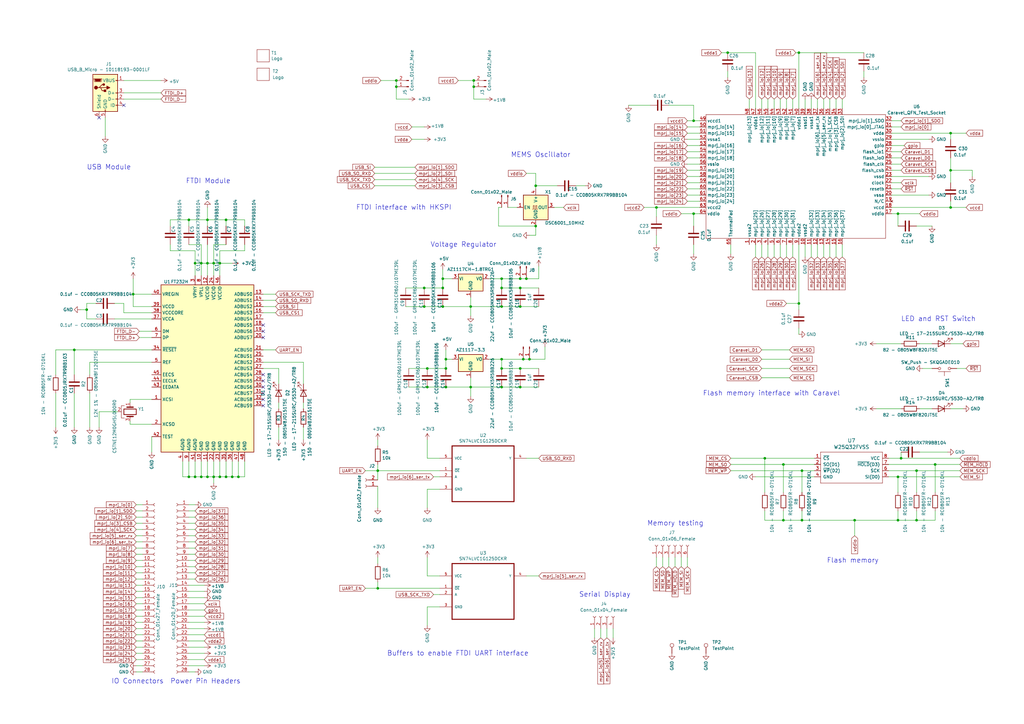
<source format=kicad_sch>
(kicad_sch (version 20211123) (generator eeschema)
  (paper "A3")
  (junction (at 375.92 213.36))
  (junction (at 219.71 76.2))
  (junction (at 182.88 151.13))
  (junction (at 389.89 85.09))
  (junction (at 205.74 158.75))
  (junction (at 97.79 195.58))
  (junction (at 219.71 92.71))
  (junction (at 175.26 151.13))
  (junction (at 85.09 90.17))
  (junction (at 182.88 147.32))
  (junction (at 85.09 195.58))
  (junction (at 368.3 195.58))
  (junction (at 181.61 114.3))
  (junction (at 173.99 125.73))
  (junction (at 30.48 143.51))
  (junction (at 389.89 69.85))
  (junction (at 215.9 114.3))
  (junction (at 368.3 213.36))
  (junction (at 328.93 213.36))
  (junction (at 194.31 33.02))
  (junction (at 214.63 147.32))
  (junction (at 217.17 147.32))
  (junction (at 375.92 193.04))
  (junction (at 85.09 107.95))
  (junction (at 205.74 125.73))
  (junction (at 298.45 21.59))
  (junction (at 205.74 118.11))
  (junction (at 313.69 187.96))
  (junction (at 154.94 241.3))
  (junction (at 92.71 195.58))
  (junction (at 77.47 195.58))
  (junction (at 181.61 125.73))
  (junction (at 182.88 158.75))
  (junction (at 77.47 90.17))
  (junction (at 213.36 158.75))
  (junction (at 87.63 195.58))
  (junction (at 383.54 190.5))
  (junction (at 87.63 107.95))
  (junction (at 54.61 120.65))
  (junction (at 213.36 151.13))
  (junction (at 350.52 213.36))
  (junction (at 205.74 147.32))
  (junction (at 193.04 125.73))
  (junction (at 35.56 127))
  (junction (at 205.74 151.13))
  (junction (at 175.26 158.75))
  (junction (at 389.89 54.61))
  (junction (at 327.66 124.46))
  (junction (at 284.48 49.53))
  (junction (at 90.17 195.58))
  (junction (at 181.61 118.11))
  (junction (at 327.66 21.59))
  (junction (at 173.99 118.11))
  (junction (at 82.55 195.58))
  (junction (at 162.56 35.56))
  (junction (at 328.93 193.04))
  (junction (at 269.24 85.09))
  (junction (at 213.36 118.11))
  (junction (at 213.36 125.73))
  (junction (at 90.17 107.95))
  (junction (at 205.74 114.3))
  (junction (at 80.01 107.95))
  (junction (at 162.56 33.02))
  (junction (at 154.94 193.04))
  (junction (at 369.57 187.96))
  (junction (at 321.31 190.5))
  (junction (at 194.31 35.56))
  (junction (at 95.25 195.58))
  (junction (at 284.48 87.63))
  (junction (at 368.3 87.63))
  (junction (at 80.01 195.58))
  (junction (at 321.31 213.36))
  (junction (at 213.36 114.3))
  (junction (at 92.71 90.17))
  (junction (at 82.55 107.95))
  (junction (at 193.04 158.75))
  (no_connect (at 107.95 138.43))
  (no_connect (at 107.95 133.35))
  (no_connect (at 107.95 135.89))
  (no_connect (at 40.64 48.26))
  (no_connect (at 50.8 43.18))
  (no_connect (at 107.95 163.83))
  (no_connect (at 107.95 158.75))
  (no_connect (at 107.95 156.21))
  (no_connect (at 107.95 161.29))
  (no_connect (at 107.95 166.37))
  (no_connect (at 107.95 153.67))
  (wire (pts (xy 194.31 35.56) (xy 194.31 40.64)))
  (wire (pts (xy 22.86 161.29) (xy 22.86 175.26)))
  (wire (pts (xy 35.56 127) (xy 35.56 124.46)))
  (wire (pts (xy 322.58 40.64) (xy 322.58 44.45)))
  (wire (pts (xy 55.88 209.55) (xy 58.42 209.55)))
  (wire (pts (xy 312.42 151.13) (xy 323.85 151.13)))
  (wire (pts (xy 369.57 69.85) (xy 365.76 69.85)))
  (wire (pts (xy 53.34 172.72) (xy 53.34 173.99)))
  (wire (pts (xy 54.61 120.65) (xy 62.23 120.65)))
  (wire (pts (xy 389.89 167.64) (xy 394.97 167.64)))
  (wire (pts (xy 330.2 44.45) (xy 330.2 40.64)))
  (wire (pts (xy 180.34 187.96) (xy 175.26 187.96)))
  (wire (pts (xy 364.49 190.5) (xy 383.54 190.5)))
  (wire (pts (xy 55.88 262.89) (xy 58.42 262.89)))
  (wire (pts (xy 287.02 80.01) (xy 281.94 80.01)))
  (wire (pts (xy 321.31 190.5) (xy 321.31 201.93)))
  (wire (pts (xy 30.48 143.51) (xy 62.23 143.51)))
  (wire (pts (xy 74.93 195.58) (xy 77.47 195.58)))
  (wire (pts (xy 369.57 67.31) (xy 365.76 67.31)))
  (wire (pts (xy 77.47 237.49) (xy 80.01 237.49)))
  (wire (pts (xy 80.01 195.58) (xy 82.55 195.58)))
  (wire (pts (xy 90.17 113.03) (xy 90.17 107.95)))
  (wire (pts (xy 194.31 40.64) (xy 199.39 40.64)))
  (wire (pts (xy 100.33 90.17) (xy 100.33 92.71)))
  (wire (pts (xy 154.94 182.88) (xy 154.94 180.34)))
  (wire (pts (xy 167.64 158.75) (xy 175.26 158.75)))
  (wire (pts (xy 90.17 107.95) (xy 90.17 102.87)))
  (wire (pts (xy 312.42 105.41) (xy 312.42 100.33)))
  (wire (pts (xy 100.33 195.58) (xy 97.79 195.58)))
  (wire (pts (xy 321.31 209.55) (xy 321.31 213.36)))
  (wire (pts (xy 154.94 208.28) (xy 154.94 199.39)))
  (wire (pts (xy 77.47 232.41) (xy 80.01 232.41)))
  (wire (pts (xy 396.24 54.61) (xy 389.89 54.61)))
  (wire (pts (xy 124.46 180.34) (xy 124.46 175.26)))
  (wire (pts (xy 83.82 242.57) (xy 77.47 242.57)))
  (wire (pts (xy 193.04 129.54) (xy 193.04 125.73)))
  (wire (pts (xy 213.36 151.13) (xy 220.98 151.13)))
  (wire (pts (xy 46.99 124.46) (xy 50.8 124.46)))
  (wire (pts (xy 50.8 33.02) (xy 66.04 33.02)))
  (wire (pts (xy 219.71 77.47) (xy 219.71 76.2)))
  (wire (pts (xy 58.42 267.97) (xy 55.88 267.97)))
  (wire (pts (xy 77.47 222.25) (xy 80.01 222.25)))
  (wire (pts (xy 124.46 148.59) (xy 107.95 148.59)))
  (wire (pts (xy 313.69 187.96) (xy 313.69 201.93)))
  (wire (pts (xy 327.66 134.62) (xy 327.66 137.16)))
  (wire (pts (xy 284.48 87.63) (xy 287.02 87.63)))
  (wire (pts (xy 287.02 52.07) (xy 281.94 52.07)))
  (wire (pts (xy 381 80.01) (xy 365.76 80.01)))
  (wire (pts (xy 389.89 140.97) (xy 394.97 140.97)))
  (wire (pts (xy 389.89 54.61) (xy 389.89 57.15)))
  (wire (pts (xy 335.28 40.64) (xy 335.28 44.45)))
  (wire (pts (xy 200.66 147.32) (xy 205.74 147.32)))
  (wire (pts (xy 80.01 102.87) (xy 69.85 102.87)))
  (wire (pts (xy 287.02 59.69) (xy 281.94 59.69)))
  (wire (pts (xy 92.71 90.17) (xy 92.71 92.71)))
  (wire (pts (xy 55.88 234.95) (xy 58.42 234.95)))
  (wire (pts (xy 92.71 189.23) (xy 92.71 195.58)))
  (wire (pts (xy 271.78 228.6) (xy 271.78 232.41)))
  (wire (pts (xy 83.82 250.19) (xy 77.47 250.19)))
  (wire (pts (xy 85.09 195.58) (xy 87.63 195.58)))
  (wire (pts (xy 55.88 245.11) (xy 58.42 245.11)))
  (wire (pts (xy 95.25 195.58) (xy 92.71 195.58)))
  (wire (pts (xy 87.63 100.33) (xy 92.71 100.33)))
  (wire (pts (xy 314.96 40.64) (xy 314.96 44.45)))
  (wire (pts (xy 77.47 227.33) (xy 80.01 227.33)))
  (wire (pts (xy 175.26 256.54) (xy 175.26 248.92)))
  (wire (pts (xy 82.55 100.33) (xy 77.47 100.33)))
  (wire (pts (xy 168.91 52.07) (xy 173.99 52.07)))
  (wire (pts (xy 40.64 168.91) (xy 48.26 168.91)))
  (wire (pts (xy 299.72 187.96) (xy 313.69 187.96)))
  (wire (pts (xy 389.89 64.77) (xy 389.89 69.85)))
  (wire (pts (xy 389.89 69.85) (xy 398.78 69.85)))
  (wire (pts (xy 219.71 76.2) (xy 219.71 71.12)))
  (wire (pts (xy 383.54 213.36) (xy 383.54 209.55)))
  (wire (pts (xy 208.28 85.09) (xy 212.09 85.09)))
  (wire (pts (xy 312.42 40.64) (xy 312.42 44.45)))
  (wire (pts (xy 30.48 161.29) (xy 30.48 175.26)))
  (wire (pts (xy 269.24 85.09) (xy 264.16 85.09)))
  (wire (pts (xy 55.88 212.09) (xy 58.42 212.09)))
  (wire (pts (xy 153.67 71.12) (xy 170.18 71.12)))
  (wire (pts (xy 90.17 102.87) (xy 100.33 102.87)))
  (wire (pts (xy 50.8 128.27) (xy 62.23 128.27)))
  (wire (pts (xy 162.56 35.56) (xy 162.56 40.64)))
  (wire (pts (xy 213.36 114.3) (xy 215.9 114.3)))
  (wire (pts (xy 281.94 54.61) (xy 287.02 54.61)))
  (wire (pts (xy 77.47 260.35) (xy 83.82 260.35)))
  (wire (pts (xy 398.78 69.85) (xy 398.78 72.39)))
  (wire (pts (xy 175.26 180.34) (xy 175.26 187.96)))
  (wire (pts (xy 175.26 200.66) (xy 180.34 200.66)))
  (wire (pts (xy 340.36 105.41) (xy 340.36 100.33)))
  (wire (pts (xy 274.32 228.6) (xy 274.32 232.41)))
  (wire (pts (xy 55.88 232.41) (xy 58.42 232.41)))
  (wire (pts (xy 309.88 44.45) (xy 309.88 21.59)))
  (wire (pts (xy 369.57 52.07) (xy 365.76 52.07)))
  (wire (pts (xy 342.9 40.64) (xy 342.9 44.45)))
  (wire (pts (xy 77.47 262.89) (xy 83.82 262.89)))
  (wire (pts (xy 85.09 107.95) (xy 85.09 100.33)))
  (wire (pts (xy 309.88 105.41) (xy 309.88 100.33)))
  (wire (pts (xy 83.82 273.05) (xy 77.47 273.05)))
  (wire (pts (xy 383.54 190.5) (xy 393.7 190.5)))
  (wire (pts (xy 368.3 87.63) (xy 365.76 87.63)))
  (wire (pts (xy 205.74 151.13) (xy 213.36 151.13)))
  (wire (pts (xy 369.57 185.42) (xy 369.57 187.96)))
  (wire (pts (xy 181.61 114.3) (xy 181.61 110.49)))
  (wire (pts (xy 180.34 236.22) (xy 175.26 236.22)))
  (wire (pts (xy 83.82 240.03) (xy 77.47 240.03)))
  (wire (pts (xy 335.28 105.41) (xy 335.28 100.33)))
  (wire (pts (xy 213.36 118.11) (xy 205.74 118.11)))
  (wire (pts (xy 312.42 154.94) (xy 323.85 154.94)))
  (wire (pts (xy 100.33 102.87) (xy 100.33 100.33)))
  (wire (pts (xy 193.04 125.73) (xy 193.04 121.92)))
  (wire (pts (xy 55.88 252.73) (xy 58.42 252.73)))
  (wire (pts (xy 368.3 213.36) (xy 375.92 213.36)))
  (wire (pts (xy 219.71 71.12) (xy 215.9 71.12)))
  (wire (pts (xy 55.88 240.03) (xy 58.42 240.03)))
  (wire (pts (xy 77.47 257.81) (xy 83.82 257.81)))
  (wire (pts (xy 309.88 21.59) (xy 298.45 21.59)))
  (wire (pts (xy 313.69 213.36) (xy 321.31 213.36)))
  (wire (pts (xy 214.63 147.32) (xy 217.17 147.32)))
  (wire (pts (xy 330.2 100.33) (xy 330.2 105.41)))
  (wire (pts (xy 180.34 241.3) (xy 154.94 241.3)))
  (wire (pts (xy 177.8 195.58) (xy 180.34 195.58)))
  (wire (pts (xy 175.26 158.75) (xy 182.88 158.75)))
  (wire (pts (xy 69.85 102.87) (xy 69.85 100.33)))
  (wire (pts (xy 181.61 125.73) (xy 193.04 125.73)))
  (wire (pts (xy 154.94 196.85) (xy 154.94 193.04)))
  (wire (pts (xy 83.82 247.65) (xy 77.47 247.65)))
  (wire (pts (xy 58.42 265.43) (xy 55.88 265.43)))
  (wire (pts (xy 204.47 85.09) (xy 205.74 85.09)))
  (wire (pts (xy 154.94 193.04) (xy 149.86 193.04)))
  (wire (pts (xy 82.55 189.23) (xy 82.55 195.58)))
  (wire (pts (xy 85.09 113.03) (xy 85.09 107.95)))
  (wire (pts (xy 287.02 77.47) (xy 281.94 77.47)))
  (wire (pts (xy 298.45 21.59) (xy 295.91 21.59)))
  (wire (pts (xy 269.24 96.52) (xy 269.24 100.33)))
  (wire (pts (xy 114.3 167.64) (xy 114.3 165.1)))
  (wire (pts (xy 375.92 193.04) (xy 393.7 193.04)))
  (wire (pts (xy 162.56 40.64) (xy 167.64 40.64)))
  (wire (pts (xy 313.69 213.36) (xy 313.69 209.55)))
  (wire (pts (xy 205.74 158.75) (xy 193.04 158.75)))
  (wire (pts (xy 383.54 190.5) (xy 383.54 201.93)))
  (wire (pts (xy 369.57 62.23) (xy 365.76 62.23)))
  (wire (pts (xy 382.27 92.71) (xy 375.92 92.71)))
  (wire (pts (xy 392.43 151.13) (xy 396.24 151.13)))
  (wire (pts (xy 62.23 185.42) (xy 62.23 179.07)))
  (wire (pts (xy 55.88 224.79) (xy 58.42 224.79)))
  (wire (pts (xy 55.88 237.49) (xy 58.42 237.49)))
  (wire (pts (xy 185.42 147.32) (xy 182.88 147.32)))
  (wire (pts (xy 83.82 252.73) (xy 77.47 252.73)))
  (wire (pts (xy 287.02 74.93) (xy 281.94 74.93)))
  (wire (pts (xy 327.66 21.59) (xy 327.66 44.45)))
  (wire (pts (xy 276.86 228.6) (xy 276.86 232.41)))
  (wire (pts (xy 173.99 125.73) (xy 181.61 125.73)))
  (wire (pts (xy 177.8 243.84) (xy 180.34 243.84)))
  (wire (pts (xy 182.88 158.75) (xy 193.04 158.75)))
  (wire (pts (xy 317.5 105.41) (xy 317.5 100.33)))
  (wire (pts (xy 298.45 31.75) (xy 298.45 29.21)))
  (wire (pts (xy 320.04 40.64) (xy 320.04 44.45)))
  (wire (pts (xy 284.48 100.33) (xy 284.48 104.14)))
  (wire (pts (xy 205.74 114.3) (xy 213.36 114.3)))
  (wire (pts (xy 187.96 33.02) (xy 194.31 33.02)))
  (wire (pts (xy 77.47 207.01) (xy 80.01 207.01)))
  (wire (pts (xy 327.66 21.59) (xy 326.39 21.59)))
  (wire (pts (xy 97.79 195.58) (xy 95.25 195.58)))
  (wire (pts (xy 55.88 257.81) (xy 58.42 257.81)))
  (wire (pts (xy 193.04 154.94) (xy 193.04 158.75)))
  (wire (pts (xy 55.88 247.65) (xy 58.42 247.65)))
  (wire (pts (xy 215.9 236.22) (xy 220.98 236.22)))
  (wire (pts (xy 62.23 130.81) (xy 46.99 130.81)))
  (wire (pts (xy 124.46 148.59) (xy 124.46 157.48)))
  (wire (pts (xy 54.61 114.3) (xy 54.61 120.65)))
  (wire (pts (xy 381 72.39) (xy 365.76 72.39)))
  (wire (pts (xy 87.63 113.03) (xy 87.63 107.95)))
  (wire (pts (xy 389.89 85.09) (xy 365.76 85.09)))
  (wire (pts (xy 368.3 87.63) (xy 377.19 87.63)))
  (wire (pts (xy 90.17 195.58) (xy 87.63 195.58)))
  (wire (pts (xy 124.46 167.64) (xy 124.46 165.1)))
  (wire (pts (xy 213.36 118.11) (xy 220.98 118.11)))
  (wire (pts (xy 389.89 69.85) (xy 389.89 74.93)))
  (wire (pts (xy 287.02 72.39) (xy 281.94 72.39)))
  (wire (pts (xy 269.24 228.6) (xy 269.24 232.41)))
  (wire (pts (xy 381 57.15) (xy 365.76 57.15)))
  (wire (pts (xy 354.33 31.75) (xy 354.33 29.21)))
  (wire (pts (xy 284.48 43.18) (xy 274.32 43.18)))
  (wire (pts (xy 182.88 143.51) (xy 182.88 147.32)))
  (wire (pts (xy 269.24 85.09) (xy 287.02 85.09)))
  (wire (pts (xy 77.47 90.17) (xy 85.09 90.17)))
  (wire (pts (xy 58.42 273.05) (xy 55.88 273.05)))
  (wire (pts (xy 83.82 245.11) (xy 77.47 245.11)))
  (wire (pts (xy 205.74 158.75) (xy 213.36 158.75)))
  (wire (pts (xy 312.42 143.51) (xy 323.85 143.51)))
  (wire (pts (xy 175.26 151.13) (xy 182.88 151.13)))
  (wire (pts (xy 350.52 219.71) (xy 350.52 213.36)))
  (wire (pts (xy 365.76 54.61) (xy 389.89 54.61)))
  (wire (pts (xy 215.9 187.96) (xy 220.98 187.96)))
  (wire (pts (xy 35.56 130.81) (xy 39.37 130.81)))
  (wire (pts (xy 85.09 107.95) (xy 87.63 107.95)))
  (wire (pts (xy 77.47 224.79) (xy 80.01 224.79)))
  (wire (pts (xy 396.24 85.09) (xy 389.89 85.09)))
  (wire (pts (xy 77.47 90.17) (xy 69.85 90.17)))
  (wire (pts (xy 92.71 90.17) (xy 100.33 90.17)))
  (wire (pts (xy 77.47 270.51) (xy 83.82 270.51)))
  (wire (pts (xy 82.55 195.58) (xy 85.09 195.58)))
  (wire (pts (xy 77.47 265.43) (xy 83.82 265.43)))
  (wire (pts (xy 82.55 107.95) (xy 85.09 107.95)))
  (wire (pts (xy 368.3 195.58) (xy 393.7 195.58)))
  (wire (pts (xy 269.24 85.09) (xy 269.24 88.9)))
  (wire (pts (xy 219.71 96.52) (xy 219.71 92.71)))
  (wire (pts (xy 55.88 242.57) (xy 58.42 242.57)))
  (wire (pts (xy 287.02 69.85) (xy 281.94 69.85)))
  (wire (pts (xy 205.74 125.73) (xy 213.36 125.73)))
  (wire (pts (xy 77.47 255.27) (xy 83.82 255.27)))
  (wire (pts (xy 85.09 90.17) (xy 92.71 90.17)))
  (wire (pts (xy 36.83 153.67) (xy 36.83 148.59)))
  (wire (pts (xy 55.88 227.33) (xy 58.42 227.33)))
  (wire (pts (xy 205.74 151.13) (xy 205.74 147.32)))
  (wire (pts (xy 80.01 189.23) (xy 80.01 195.58)))
  (wire (pts (xy 257.81 43.18) (xy 266.7 43.18)))
  (wire (pts (xy 217.17 147.32) (xy 223.52 147.32)))
  (wire (pts (xy 114.3 180.34) (xy 114.3 175.26)))
  (wire (pts (xy 153.67 68.58) (xy 170.18 68.58)))
  (wire (pts (xy 205.74 147.32) (xy 214.63 147.32)))
  (wire (pts (xy 175.26 208.28) (xy 175.26 200.66)))
  (wire (pts (xy 58.42 270.51) (xy 55.88 270.51)))
  (wire (pts (xy 328.93 213.36) (xy 350.52 213.36)))
  (wire (pts (xy 328.93 193.04) (xy 328.93 201.93)))
  (wire (pts (xy 327.66 124.46) (xy 322.58 124.46)))
  (wire (pts (xy 77.47 212.09) (xy 80.01 212.09)))
  (wire (pts (xy 223.52 142.24) (xy 223.52 147.32)))
  (wire (pts (xy 36.83 161.29) (xy 36.83 175.26)))
  (wire (pts (xy 327.66 21.59) (xy 354.33 21.59)))
  (wire (pts (xy 58.42 275.59) (xy 55.88 275.59)))
  (wire (pts (xy 369.57 187.96) (xy 393.7 187.96)))
  (wire (pts (xy 204.47 85.09) (xy 204.47 92.71)))
  (wire (pts (xy 55.88 222.25) (xy 58.42 222.25)))
  (wire (pts (xy 87.63 107.95) (xy 90.17 107.95)))
  (wire (pts (xy 77.47 229.87) (xy 80.01 229.87)))
  (wire (pts (xy 299.72 100.33) (xy 299.72 104.14)))
  (wire (pts (xy 30.48 153.67) (xy 30.48 143.51)))
  (wire (pts (xy 54.61 125.73) (xy 62.23 125.73)))
  (wire (pts (xy 181.61 114.3) (xy 185.42 114.3)))
  (wire (pts (xy 314.96 105.41) (xy 314.96 100.33)))
  (wire (pts (xy 85.09 92.71) (xy 85.09 90.17)))
  (wire (pts (xy 55.88 207.01) (xy 58.42 207.01)))
  (wire (pts (xy 200.66 114.3) (xy 205.74 114.3)))
  (wire (pts (xy 55.88 250.19) (xy 58.42 250.19)))
  (wire (pts (xy 90.17 107.95) (xy 95.25 107.95)))
  (wire (pts (xy 80.01 107.95) (xy 82.55 107.95)))
  (wire (pts (xy 369.57 64.77) (xy 365.76 64.77)))
  (wire (pts (xy 154.94 241.3) (xy 149.86 241.3)))
  (wire (pts (xy 181.61 118.11) (xy 181.61 114.3)))
  (wire (pts (xy 36.83 148.59) (xy 62.23 148.59)))
  (wire (pts (xy 43.18 48.26) (xy 43.18 55.88)))
  (wire (pts (xy 313.69 187.96) (xy 334.01 187.96)))
  (wire (pts (xy 154.94 190.5) (xy 154.94 193.04)))
  (wire (pts (xy 167.64 151.13) (xy 175.26 151.13)))
  (wire (pts (xy 327.66 127) (xy 327.66 124.46)))
  (wire (pts (xy 284.48 49.53) (xy 287.02 49.53)))
  (wire (pts (xy 193.04 125.73) (xy 205.74 125.73)))
  (wire (pts (xy 284.48 87.63) (xy 284.48 92.71)))
  (wire (pts (xy 243.84 257.81) (xy 243.84 261.62)))
  (wire (pts (xy 236.22 76.2) (xy 240.03 76.2)))
  (wire (pts (xy 368.3 195.58) (xy 368.3 201.93)))
  (wire (pts (xy 281.94 57.15) (xy 287.02 57.15)))
  (wire (pts (xy 173.99 118.11) (xy 181.61 118.11)))
  (wire (pts (xy 217.17 96.52) (xy 219.71 96.52)))
  (wire (pts (xy 342.9 105.41) (xy 342.9 100.33)))
  (wire (pts (xy 35.56 124.46) (xy 39.37 124.46)))
  (wire (pts (xy 77.47 275.59) (xy 80.01 275.59)))
  (wire (pts (xy 82.55 107.95) (xy 82.55 100.33)))
  (wire (pts (xy 287.02 82.55) (xy 281.94 82.55)))
  (wire (pts (xy 166.37 125.73) (xy 173.99 125.73)))
  (wire (pts (xy 369.57 49.53) (xy 365.76 49.53)))
  (wire (pts (xy 364.49 193.04) (xy 375.92 193.04)))
  (wire (pts (xy 82.55 113.03) (xy 82.55 107.95)))
  (wire (pts (xy 87.63 189.23) (xy 87.63 195.58)))
  (wire (pts (xy 378.46 151.13) (xy 382.27 151.13)))
  (wire (pts (xy 287.02 62.23) (xy 281.94 62.23)))
  (wire (pts (xy 57.15 135.89) (xy 62.23 135.89)))
  (wire (pts (xy 107.95 143.51) (xy 113.03 143.51)))
  (wire (pts (xy 90.17 189.23) (xy 90.17 195.58)))
  (wire (pts (xy 213.36 158.75) (xy 220.98 158.75)))
  (wire (pts (xy 175.26 248.92) (xy 180.34 248.92)))
  (wire (pts (xy 220.98 109.22) (xy 220.98 114.3)))
  (wire (pts (xy 248.92 257.81) (xy 248.92 261.62)))
  (wire (pts (xy 55.88 219.71) (xy 58.42 219.71)))
  (wire (pts (xy 33.02 127) (xy 35.56 127)))
  (wire (pts (xy 107.95 128.27) (xy 113.03 128.27)))
  (wire (pts (xy 77.47 267.97) (xy 83.82 267.97)))
  (wire (pts (xy 107.95 125.73) (xy 113.03 125.73)))
  (wire (pts (xy 162.56 33.02) (xy 162.56 35.56)))
  (wire (pts (xy 55.88 217.17) (xy 58.42 217.17)))
  (wire (pts (xy 53.34 173.99) (xy 62.23 173.99)))
  (wire (pts (xy 77.47 214.63) (xy 80.01 214.63)))
  (wire (pts (xy 77.47 189.23) (xy 77.47 195.58)))
  (wire (pts (xy 350.52 213.36) (xy 368.3 213.36)))
  (wire (pts (xy 251.46 257.81) (xy 251.46 261.62)))
  (wire (pts (xy 50.8 40.64) (xy 66.04 40.64)))
  (wire (pts (xy 77.47 195.58) (xy 80.01 195.58)))
  (wire (pts (xy 156.21 33.02) (xy 162.56 33.02)))
  (wire (pts (xy 54.61 120.65) (xy 54.61 125.73)))
  (wire (pts (xy 284.48 49.53) (xy 284.48 43.18)))
  (wire (pts (xy 340.36 40.64) (xy 340.36 44.45)))
  (wire (pts (xy 246.38 257.81) (xy 246.38 261.62)))
  (wire (pts (xy 53.34 165.1) (xy 53.34 163.83)))
  (wire (pts (xy 100.33 189.23) (xy 100.33 195.58)))
  (wire (pts (xy 22.86 153.67) (xy 22.86 143.51)))
  (wire (pts (xy 281.94 67.31) (xy 287.02 67.31)))
  (wire (pts (xy 281.94 228.6) (xy 281.94 232.41)))
  (wire (pts (xy 22.86 143.51) (xy 30.48 143.51)))
  (wire (pts (xy 337.82 105.41) (xy 337.82 100.33)))
  (wire (pts (xy 50.8 124.46) (xy 50.8 128.27)))
  (wire (pts (xy 85.09 90.17) (xy 85.09 85.09)))
  (wire (pts (xy 279.4 228.6) (xy 279.4 232.41)))
  (wire (pts (xy 55.88 255.27) (xy 58.42 255.27)))
  (wire (pts (xy 345.44 44.45) (xy 345.44 40.64)))
  (wire (pts (xy 337.82 40.64) (xy 337.82 44.45)))
  (wire (pts (xy 321.31 190.5) (xy 334.01 190.5)))
  (wire (pts (xy 325.12 105.41) (xy 325.12 100.33)))
  (wire (pts (xy 114.3 151.13) (xy 114.3 157.48)))
  (wire (pts (xy 359.41 167.64) (xy 369.57 167.64)))
  (wire (pts (xy 375.92 213.36) (xy 383.54 213.36)))
  (wire (pts (xy 175.26 228.6) (xy 175.26 236.22)))
  (wire (pts (xy 219.71 76.2) (xy 228.6 76.2)))
  (wire (pts (xy 107.95 123.19) (xy 113.03 123.19)))
  (wire (pts (xy 332.74 105.41) (xy 332.74 100.33)))
  (wire (pts (xy 309.88 195.58) (xy 334.01 195.58)))
  (wire (pts (xy 287.02 64.77) (xy 281.94 64.77)))
  (wire (pts (xy 55.88 229.87) (xy 58.42 229.87)))
  (wire (pts (xy 166.37 118.11) (xy 173.99 118.11)))
  (wire (pts (xy 77.47 209.55) (xy 80.01 209.55)))
  (wire (pts (xy 325.12 40.64) (xy 325.12 44.45)))
  (wire (pts (xy 92.71 195.58) (xy 90.17 195.58)))
  (wire (pts (xy 215.9 114.3) (xy 220.98 114.3)))
  (wire (pts (xy 204.47 92.71) (xy 219.71 92.71)))
  (wire (pts (xy 87.63 198.12) (xy 87.63 195.58)))
  (wire (pts (xy 35.56 127) (xy 35.56 130.81)))
  (wire (pts (xy 328.93 193.04) (xy 334.01 193.04)))
  (wire (pts (xy 332.74 40.64) (xy 332.74 44.45)))
  (wire (pts (xy 168.91 57.15) (xy 173.99 57.15)))
  (wire (pts (xy 322.58 105.41) (xy 322.58 100.33)))
  (wire (pts (xy 182.88 147.32) (xy 182.88 151.13)))
  (wire (pts (xy 375.92 209.55) (xy 375.92 213.36)))
  (wire (pts (xy 193.04 158.75) (xy 193.04 162.56)))
  (wire (pts (xy 154.94 238.76) (xy 154.94 241.3)))
  (wire (pts (xy 377.19 185.42) (xy 388.62 185.42)))
  (wire (pts (xy 317.5 40.64) (xy 317.5 44.45)))
  (wire (pts (xy 205.74 114.3) (xy 205.74 118.11)))
  (wire (pts (xy 345.44 105.41) (xy 345.44 100.33)))
  (wire (pts (xy 389.89 82.55) (xy 389.89 85.09)))
  (wire (pts (xy 299.72 193.04) (xy 328.93 193.04)))
  (wire (pts (xy 87.63 107.95) (xy 87.63 100.33)))
  (wire (pts (xy 213.36 125.73) (xy 220.98 125.73)))
  (wire (pts (xy 77.47 217.17) (xy 80.01 217.17)))
  (wire (pts (xy 154.94 231.14) (xy 154.94 228.6)))
  (wire (pts (xy 364.49 195.58) (xy 368.3 195.58)))
  (wire (pts (xy 307.34 40.64) (xy 307.34 44.45)))
  (wire (pts (xy 281.94 49.53) (xy 284.48 49.53)))
  (wire (pts (xy 74.93 189.23) (xy 74.93 195.58)))
  (wire (pts (xy 80.01 107.95) (xy 80.01 113.03)))
  (wire (pts (xy 180.34 193.04) (xy 154.94 193.04)))
  (wire (pts (xy 50.8 38.1) (xy 66.04 38.1)))
  (wire (pts (xy 279.4 87.63) (xy 284.48 87.63)))
  (wire (pts (xy 377.19 140.97) (xy 382.27 140.97)))
  (wire (pts (xy 359.41 140.97) (xy 369.57 140.97)))
  (wire (pts (xy 85.09 189.23) (xy 85.09 195.58)))
  (wire (pts (xy 95.25 189.23) (xy 95.25 195.58)))
  (wire (pts (xy 369.57 74.93) (xy 365.76 74.93)))
  (wire (pts (xy 312.42 147.32) (xy 323.85 147.32)))
  (wire (pts (xy 53.34 163.83) (xy 62.23 163.83)))
  (wire (pts (xy 377.19 167.64) (xy 382.27 167.64)))
  (wire (pts (xy 77.47 219.71) (xy 80.01 219.71)))
  (wire (pts (xy 40.64 175.26) (xy 40.64 168.91)))
  (wire (pts (xy 170.18 73.66) (xy 153.67 73.66)))
  (wire (pts (xy 370.84 59.69) (xy 365.76 59.69)))
  (wire (pts (xy 327.66 100.33) (xy 327.66 124.46)))
  (wire (pts (xy 299.72 190.5) (xy 321.31 190.5)))
  (wire (pts (xy 368.3 87.63) (xy 368.3 92.71)))
  (wire (pts (xy 375.92 193.04) (xy 375.92 201.93)))
  (wire (pts (xy 69.85 90.17) (xy 69.85 92.71)))
  (wire (pts (xy 77.47 92.71) (xy 77.47 90.17)))
  (wire (pts (xy 77.47 234.95) (xy 80.01 234.95)))
  (wire (pts (xy 320.04 105.41) (xy 320.04 100.33)))
  (wire (pts (xy 107.95 120.65) (xy 113.03 120.65)))
  (wire (pts (xy 153.67 76.2) (xy 170.18 76.2)))
  (wire (pts (xy 55.88 214.63) (xy 58.42 214.63)))
  (wire (pts (xy 57.15 138.43) (xy 62.23 138.43)))
  (wire (pts (xy 97.79 189.23) (xy 97.79 195.58)))
  (wire (pts (xy 194.31 33.02) (xy 194.31 35.56)))
  (wire (pts (xy 369.57 77.47) (xy 365.76 77.47)))
  (wire (pts (xy 80.01 102.87) (xy 80.01 107.95)))
  (wire (pts (xy 321.31 213.36) (xy 328.93 213.36)))
  (wire (pts (xy 368.3 209.55) (xy 368.3 213.36)))
  (wire (pts (xy 364.49 187.96) (xy 369.57 187.96)))
  (wire (pts (xy 55.88 260.35) (xy 58.42 260.35)))
  (wire (pts (xy 328.93 209.55) (xy 328.93 213.36)))
  (wire (pts (xy 227.33 85.09) (xy 231.14 85.09)))
  (wire (pts (xy 114.3 151.13) (xy 107.95 151.13)))
  (text "Serial Display" (at 237.49 245.11 0) (effects (font (size 2 2)) (justify left bottom)))
  (text "LED and RST Switch\n" (at 369.57 132.08 0) (effects (font (size 2 2)) (justify left bottom)))
  (text "Flash memory interface with Caravel\n" (at 288.29 162.56 0) (effects (font (size 2 2)) (justify left bottom)))
  (text "Flash memory" (at 339.09 231.14 0) (effects (font (size 2 2)) (justify left bottom)))
  (text "Memory testing" (at 265.43 215.9 0) (effects (font (size 2 2)) (justify left bottom)))
  (text "FTDI interface with HKSPI\n" (at 146.05 86.36 0) (effects (font (size 2 2)) (justify left bottom)))
  (text "Power Pin Headers" (at 69.85 280.67 0) (effects (font (size 2 2)) (justify left bottom)))
  (text "Voltage Regulator\n" (at 176.53 101.6 0) (effects (font (size 2 2)) (justify left bottom)))
  (text "IO Connectors\n" (at 45.72 280.67 0) (effects (font (size 2 2)) (justify left bottom)))
  (text "FTDI Module\n\n" (at 76.2 78.74 0) (effects (font (size 2 2)) (justify left bottom)))
  (text "USB Module\n" (at 35.56 69.85 0) (effects (font (size 2 2)) (justify left bottom)))
  (text "MEMS Oscillator" (at 209.55 64.77 0) (effects (font (size 2 2)) (justify left bottom)))
  (text "Buffers to enable FTDI UART interface" (at 158.75 269.24 0) (effects (font (size 2 2)) (justify left bottom)))
  (global_label "mprj_io[5]_ser_rx" (shape input) (at 246.38 261.62 270) (property "Intersheet References" "${INTERSHEET_REFS}" (effects hide)))
  (global_label "mprj_io[37]" (shape input) (at 345.44 105.41 270) (property "Intersheet References" "${INTERSHEET_REFS}" (effects hide)))
  (global_label "vdda" (shape input) (at 396.24 54.61 0) (property "Intersheet References" "${INTERSHEET_REFS}" (effects hide)))
  (global_label "mprj_io[35]" (shape input) (at 340.36 105.41 270) (property "Intersheet References" "${INTERSHEET_REFS}" (effects hide)))
  (global_label "mprj_io[18]" (shape input) (at 281.94 64.77 180) (property "Intersheet References" "${INTERSHEET_REFS}" (effects hide)))
  (global_label "mprj_io[9]" (shape input) (at 55.88 229.87 180) (property "Intersheet References" "${INTERSHEET_REFS}" (effects hide)))
  (global_label "xclk" (shape input) (at 83.82 247.65 0) (property "Intersheet References" "${INTERSHEET_REFS}" (effects hide)))
  (global_label "MEM_SCK" (shape input) (at 323.85 151.13 0) (property "Intersheet References" "${INTERSHEET_REFS}" (effects hide)))
  (global_label "mprj_io[3]_CSB" (shape input) (at 170.18 76.2 0) (property "Intersheet References" "${INTERSHEET_REFS}" (effects hide)))
  (global_label "MEM_SI" (shape input) (at 279.4 232.41 270) (property "Intersheet References" "${INTERSHEET_REFS}" (effects hide)))
  (global_label "mprj_io[2]_SDI" (shape input) (at 55.88 212.09 180) (property "Intersheet References" "${INTERSHEET_REFS}" (effects hide)))
  (global_label "~{MEM_WP}" (shape input) (at 274.32 232.41 270) (property "Intersheet References" "${INTERSHEET_REFS}" (effects hide)))
  (global_label "USB_CS1" (shape input) (at 153.67 76.2 180) (property "Intersheet References" "${INTERSHEET_REFS}" (effects hide)))
  (global_label "vccd" (shape input) (at 396.24 85.09 0) (property "Intersheet References" "${INTERSHEET_REFS}" (effects hide)))
  (global_label "mprj_io[13]" (shape input) (at 307.34 40.64 90) (property "Intersheet References" "${INTERSHEET_REFS}" (effects hide)))
  (global_label "mprj_io[29]" (shape input) (at 320.04 105.41 270) (property "Intersheet References" "${INTERSHEET_REFS}" (effects hide)))
  (global_label "UART_EN" (shape input) (at 149.86 193.04 180) (property "Intersheet References" "${INTERSHEET_REFS}" (effects hide)))
  (global_label "mprj_io[33]" (shape input) (at 80.01 219.71 0) (property "Intersheet References" "${INTERSHEET_REFS}" (effects hide)))
  (global_label "MEM_SCK" (shape input) (at 393.7 193.04 0) (property "Intersheet References" "${INTERSHEET_REFS}" (effects hide)))
  (global_label "mprj_io[29]" (shape input) (at 80.01 229.87 0) (property "Intersheet References" "${INTERSHEET_REFS}" (effects hide)))
  (global_label "mprj_io[9]" (shape input) (at 320.04 40.64 90) (property "Intersheet References" "${INTERSHEET_REFS}" (effects hide)))
  (global_label "vccd1" (shape input) (at 281.94 49.53 180) (property "Intersheet References" "${INTERSHEET_REFS}" (effects hide)))
  (global_label "vdda1" (shape input) (at 83.82 270.51 0) (property "Intersheet References" "${INTERSHEET_REFS}" (effects hide)))
  (global_label "gpio" (shape input) (at 83.82 250.19 0) (property "Intersheet References" "${INTERSHEET_REFS}" (effects hide)))
  (global_label "gpio" (shape input) (at 370.84 59.69 0) (property "Intersheet References" "${INTERSHEET_REFS}" (effects hide)))
  (global_label "~{RST}" (shape input) (at 396.24 151.13 0) (property "Intersheet References" "${INTERSHEET_REFS}" (effects hide)))
  (global_label "mprj_io[0]" (shape input) (at 55.88 207.01 180) (property "Intersheet References" "${INTERSHEET_REFS}" (effects hide)))
  (global_label "vccd1" (shape input) (at 187.96 33.02 180) (property "Intersheet References" "${INTERSHEET_REFS}" (effects hide)))
  (global_label "mprj_io[16]" (shape input) (at 55.88 247.65 180) (property "Intersheet References" "${INTERSHEET_REFS}" (effects hide)))
  (global_label "mprj_io[10]" (shape input) (at 55.88 232.41 180) (property "Intersheet References" "${INTERSHEET_REFS}" (effects hide)))
  (global_label "USB_SI" (shape input) (at 113.03 125.73 0) (property "Intersheet References" "${INTERSHEET_REFS}" (effects hide)))
  (global_label "mprj_io[32]" (shape input) (at 80.01 222.25 0) (property "Intersheet References" "${INTERSHEET_REFS}" (effects hide)))
  (global_label "mprj_io[37]" (shape input) (at 80.01 209.55 0) (property "Intersheet References" "${INTERSHEET_REFS}" (effects hide)))
  (global_label "mprj_io[6]_ser_tx" (shape input) (at 335.28 40.64 90) (property "Intersheet References" "${INTERSHEET_REFS}" (effects hide)))
  (global_label "mprj_io[11]" (shape input) (at 314.96 40.64 90) (property "Intersheet References" "${INTERSHEET_REFS}" (effects hide)))
  (global_label "MEM_SO" (shape input) (at 299.72 190.5 180) (property "Intersheet References" "${INTERSHEET_REFS}" (effects hide)))
  (global_label "FTDI_D+" (shape input) (at 66.04 38.1 0) (property "Intersheet References" "${INTERSHEET_REFS}" (effects hide)))
  (global_label "mprj_io[17]" (shape input) (at 281.94 62.23 180) (property "Intersheet References" "${INTERSHEET_REFS}" (effects hide)))
  (global_label "mprj_io[8]" (shape input) (at 55.88 227.33 180) (property "Intersheet References" "${INTERSHEET_REFS}" (effects hide)))
  (global_label "vdda2" (shape input) (at 322.58 124.46 180) (property "Intersheet References" "${INTERSHEET_REFS}" (effects hide)))
  (global_label "mprj_io[32]" (shape input) (at 332.74 105.41 270) (property "Intersheet References" "${INTERSHEET_REFS}" (effects hide)))
  (global_label "mprj_io[25]" (shape input) (at 309.88 105.41 270) (property "Intersheet References" "${INTERSHEET_REFS}" (effects hide)))
  (global_label "mprj_io[5]_ser_rx" (shape input) (at 337.82 40.64 90) (property "Intersheet References" "${INTERSHEET_REFS}" (effects hide)))
  (global_label "mprj_io[27]" (shape input) (at 314.96 105.41 270) (property "Intersheet References" "${INTERSHEET_REFS}" (effects hide)))
  (global_label "mprj_io[4]_SCK" (shape input) (at 340.36 40.64 90) (property "Intersheet References" "${INTERSHEET_REFS}" (effects hide)))
  (global_label "mprj_io[4]_SCK" (shape input) (at 170.18 73.66 0) (property "Intersheet References" "${INTERSHEET_REFS}" (effects hide)))
  (global_label "vccd2" (shape input) (at 264.16 85.09 180) (property "Intersheet References" "${INTERSHEET_REFS}" (effects hide)))
  (global_label "USB_SO_RXD" (shape input) (at 113.03 123.19 0) (property "Intersheet References" "${INTERSHEET_REFS}" (effects hide)))
  (global_label "vddio" (shape input) (at 393.7 187.96 0) (property "Intersheet References" "${INTERSHEET_REFS}" (effects hide)))
  (global_label "mprj_io[10]" (shape input) (at 317.5 40.64 90) (property "Intersheet References" "${INTERSHEET_REFS}" (effects hide)))
  (global_label "mprj_io[13]" (shape input) (at 55.88 240.03 180) (property "Intersheet References" "${INTERSHEET_REFS}" (effects hide)))
  (global_label "mprj_io[36]" (shape input) (at 342.9 105.41 270) (property "Intersheet References" "${INTERSHEET_REFS}" (effects hide)))
  (global_label "UART_EN" (shape input) (at 149.86 241.3 180) (property "Intersheet References" "${INTERSHEET_REFS}" (effects hide)))
  (global_label "~{RST}" (shape input) (at 369.57 77.47 0) (property "Intersheet References" "${INTERSHEET_REFS}" (effects hide)))
  (global_label "mprj_io[31]" (shape input) (at 80.01 224.79 0) (property "Intersheet References" "${INTERSHEET_REFS}" (effects hide)))
  (global_label "gpio" (shape input) (at 394.97 140.97 0) (property "Intersheet References" "${INTERSHEET_REFS}" (effects hide)))
  (global_label "mprj_io[11]" (shape input) (at 55.88 234.95 180) (property "Intersheet References" "${INTERSHEET_REFS}" (effects hide)))
  (global_label "vccd" (shape input) (at 168.91 52.07 180) (property "Intersheet References" "${INTERSHEET_REFS}" (effects hide)))
  (global_label "USB_SCK_TXD" (shape input) (at 153.67 73.66 180) (property "Intersheet References" "${INTERSHEET_REFS}" (effects hide)))
  (global_label "mprj_io[20]" (shape input) (at 55.88 257.81 180) (property "Intersheet References" "${INTERSHEET_REFS}" (effects hide)))
  (global_label "UART_EN" (shape input) (at 113.03 143.51 0) (property "Intersheet References" "${INTERSHEET_REFS}" (effects hide)))
  (global_label "vddio" (shape input) (at 156.21 33.02 180) (property "Intersheet References" "${INTERSHEET_REFS}" (effects hide)))
  (global_label "vccd2" (shape input) (at 83.82 252.73 0) (property "Intersheet References" "${INTERSHEET_REFS}" (effects hide)))
  (global_label "mprj_io[5]_ser_rx" (shape input) (at 220.98 236.22 0) (property "Intersheet References" "${INTERSHEET_REFS}" (effects hide)))
  (global_label "mprj_io[28]" (shape input) (at 317.5 105.41 270) (property "Intersheet References" "${INTERSHEET_REFS}" (effects hide)))
  (global_label "mprj_io[21]" (shape input) (at 55.88 260.35 180) (property "Intersheet References" "${INTERSHEET_REFS}" (effects hide)))
  (global_label "mprj_io[21]" (shape input) (at 281.94 74.93 180) (property "Intersheet References" "${INTERSHEET_REFS}" (effects hide)))
  (global_label "mprj_io[33]" (shape input) (at 335.28 105.41 270) (property "Intersheet References" "${INTERSHEET_REFS}" (effects hide)))
  (global_label "mprj_io[8]" (shape input) (at 322.58 40.64 90) (property "Intersheet References" "${INTERSHEET_REFS}" (effects hide)))
  (global_label "mprj_io[36]" (shape input) (at 80.01 212.09 0) (property "Intersheet References" "${INTERSHEET_REFS}" (effects hide)))
  (global_label "vdda1" (shape input) (at 295.91 21.59 180) (property "Intersheet References" "${INTERSHEET_REFS}" (effects hide)))
  (global_label "FTDI_D-" (shape input) (at 66.04 40.64 0) (property "Intersheet References" "${INTERSHEET_REFS}" (effects hide)))
  (global_label "mprj_io[6]_ser_tx" (shape input) (at 248.92 261.62 270) (property "Intersheet References" "${INTERSHEET_REFS}" (effects hide)))
  (global_label "mprj_io[4]_SCK" (shape input) (at 55.88 217.17 180) (property "Intersheet References" "${INTERSHEET_REFS}" (effects hide)))
  (global_label "mprj_io[26]" (shape input) (at 80.01 237.49 0) (property "Intersheet References" "${INTERSHEET_REFS}" (effects hide)))
  (global_label "mprj_io[7]" (shape input) (at 325.12 40.64 90) (property "Intersheet References" "${INTERSHEET_REFS}" (effects hide)))
  (global_label "vddio" (shape input) (at 377.19 87.63 0) (property "Intersheet References" "${INTERSHEET_REFS}" (effects hide)))
  (global_label "mprj_io[12]" (shape input) (at 55.88 237.49 180) (property "Intersheet References" "${INTERSHEET_REFS}" (effects hide)))
  (global_label "vddio" (shape input) (at 215.9 71.12 180) (property "Intersheet References" "${INTERSHEET_REFS}" (effects hide)))
  (global_label "~{MEM_HOLD}" (shape input) (at 276.86 232.41 270) (property "Intersheet References" "${INTERSHEET_REFS}" (effects hide)))
  (global_label "vccd1" (shape input) (at 83.82 260.35 0) (property "Intersheet References" "${INTERSHEET_REFS}" (effects hide)))
  (global_label "mprj_io[1]_SDO" (shape input) (at 369.57 49.53 0) (property "Intersheet References" "${INTERSHEET_REFS}" (effects hide)))
  (global_label "mprj_io[26]" (shape input) (at 312.42 105.41 270) (property "Intersheet References" "${INTERSHEET_REFS}" (effects hide)))
  (global_label "Caravel_CSB" (shape input) (at 369.57 69.85 0) (property "Intersheet References" "${INTERSHEET_REFS}" (effects hide)))
  (global_label "mprj_io[5]_ser_rx" (shape input) (at 55.88 219.71 180) (property "Intersheet References" "${INTERSHEET_REFS}" (effects hide)))
  (global_label "vdda2" (shape input) (at 83.82 262.89 0) (property "Intersheet References" "${INTERSHEET_REFS}" (effects hide)))
  (global_label "FTDI_D-" (shape input) (at 57.15 135.89 180) (property "Intersheet References" "${INTERSHEET_REFS}" (effects hide)))
  (global_label "mprj_io[22]" (shape input) (at 281.94 77.47 180) (property "Intersheet References" "${INTERSHEET_REFS}" (effects hide)))
  (global_label "mprj_io[24]" (shape input) (at 281.94 82.55 180) (property "Intersheet References" "${INTERSHEET_REFS}" (effects hide)))
  (global_label "mprj_io[28]" (shape input) (at 80.01 232.41 0) (property "Intersheet References" "${INTERSHEET_REFS}" (effects hide)))
  (global_label "mprj_io[31]" (shape input) (at 325.12 105.41 270) (property "Intersheet References" "${INTERSHEET_REFS}" (effects hide)))
  (global_label "mprj_io[24]" (shape input) (at 55.88 267.97 180) (property "Intersheet References" "${INTERSHEET_REFS}" (effects hide)))
  (global_label "mprj_io[27]" (shape input) (at 80.01 234.95 0) (property "Intersheet References" "${INTERSHEET_REFS}" (effects hide)))
  (global_label "mprj_io[23]" (shape input) (at 55.88 265.43 180) (property "Intersheet References" "${INTERSHEET_REFS}" (effects hide)))
  (global_label "~{MEM_HOLD}" (shape input) (at 393.7 190.5 0) (property "Intersheet References" "${INTERSHEET_REFS}" (effects hide)))
  (global_label "mprj_io[19]" (shape input) (at 281.94 69.85 180) (property "Intersheet References" "${INTERSHEET_REFS}" (effects hide)))
  (global_label "MEM_SO" (shape input) (at 271.78 232.41 270) (property "Intersheet References" "${INTERSHEET_REFS}" (effects hide)))
  (global_label "mprj_io[3]_CSB" (shape input) (at 55.88 214.63 180) (property "Intersheet References" "${INTERSHEET_REFS}" (effects hide)))
  (global_label "~{MEM_WP}" (shape input) (at 299.72 193.04 180) (property "Intersheet References" "${INTERSHEET_REFS}" (effects hide)))
  (global_label "USB_SI" (shape input) (at 153.67 68.58 180) (property "Intersheet References" "${INTERSHEET_REFS}" (effects hide)))
  (global_label "mprj_io[1]_SDO" (shape input) (at 55.88 209.55 180) (property "Intersheet References" "${INTERSHEET_REFS}" (effects hide)))
  (global_label "mprj_io[3]_CSB" (shape input) (at 342.9 40.64 90) (property "Intersheet References" "${INTERSHEET_REFS}" (effects hide)))
  (global_label "Caravel_SCK" (shape input) (at 369.57 67.31 0) (property "Intersheet References" "${INTERSHEET_REFS}" (effects hide)))
  (global_label "USB_SCK_TXD" (shape input) (at 113.03 120.65 0) (property "Intersheet References" "${INTERSHEET_REFS}" (effects hide)))
  (global_label "mprj_io[12]" (shape input) (at 312.42 40.64 90) (property "Intersheet References" "${INTERSHEET_REFS}" (effects hide)))
  (global_label "USB_SO_RXD" (shape input) (at 153.67 71.12 180) (property "Intersheet References" "${INTERSHEET_REFS}" (effects hide)))
  (global_label "mprj_io[14]" (shape input) (at 281.94 52.07 180) (property "Intersheet References" "${INTERSHEET_REFS}" (effects hide)))
  (global_label "mprj_io[23]" (shape input) (at 281.94 80.01 180) (property "Intersheet References" "${INTERSHEET_REFS}" (effects hide)))
  (global_label "Caravel_D1" (shape input) (at 369.57 62.23 0) (property "Intersheet References" "${INTERSHEET_REFS}" (effects hide)))
  (global_label "USB_SO_RXD" (shape input) (at 220.98 187.96 0) (property "Intersheet References" "${INTERSHEET_REFS}" (effects hide)))
  (global_label "Caravel_SCK" (shape input) (at 312.42 151.13 180) (property "Intersheet References" "${INTERSHEET_REFS}" (effects hide)))
  (global_label "mprj_io[15]" (shape input) (at 281.94 54.61 180) (property "Intersheet References" "${INTERSHEET_REFS}" (effects hide)))
  (global_label "Caravel_D1" (shape input) (at 312.42 143.51 180) (property "Intersheet References" "${INTERSHEET_REFS}" (effects hide)))
  (global_label "USB_SCK_TXD" (shape input) (at 177.8 243.84 180) (property "Intersheet References" "${INTERSHEET_REFS}" (effects hide)))
  (global_label "vdda1" (shape input) (at 326.39 21.59 180) (property "Intersheet References" "${INTERSHEET_REFS}" (effects hide)))
  (global_label "USB_CS1" (shape input) (at 113.03 128.27 0) (property "Intersheet References" "${INTERSHEET_REFS}" (effects hide)))
  (global_label "MEM_SCK" (shape input) (at 281.94 232.41 270) (property "Intersheet References" "${INTERSHEET_REFS}" (effects hide)))
  (global_label "vdda" (shape input) (at 168.91 57.15 180) (property "Intersheet References" "${INTERSHEET_REFS}" (effects hide)))
  (global_label "FTDI_D+" (shape input) (at 57.15 138.43 180) (property "Intersheet References" "${INTERSHEET_REFS}" (effects hide)))
  (global_label "mprj_io[19]" (shape input) (at 55.88 255.27 180) (property "Intersheet References" "${INTERSHEET_REFS}" (effects hide)))
  (global_label "MEM_CS" (shape input) (at 299.72 187.96 180) (property "Intersheet References" "${INTERSHEET_REFS}" (effects hide)))
  (global_label "mprj_io[14]" (shape input) (at 55.88 242.57 180) (property "Intersheet References" "${INTERSHEET_REFS}" (effects hide)))
  (global_label "xclk" (shape input) (at 231.14 85.09 0) (property "Intersheet References" "${INTERSHEET_REFS}" (effects hide)))
  (global_label "mprj_io[2]_SDI" (shape input) (at 170.18 71.12 0) (property "Intersheet References" "${INTERSHEET_REFS}" (effects hide)))
  (global_label "mprj_io[6]_ser_tx" (shape input) (at 177.8 195.58 180) (property "Intersheet References" "${INTERSHEET_REFS}" (effects hide)))
  (global_label "mprj_io[6]_ser_tx" (shape input) (at 55.88 222.25 180) (property "Intersheet References" "${INTERSHEET_REFS}" (effects hide)))
  (global_label "mprj_io[20]" (shape input) (at 281.94 72.39 180) (property "Intersheet References" "${INTERSHEET_REFS}" (effects hide)))
  (global_label "mprj_io[16]" (shape input) (at 281.94 59.69 180) (property "Intersheet References" "${INTERSHEET_REFS}" (effects hide)))
  (global_label "vddio" (shape input) (at 279.4 87.63 180) (property "Intersheet References" "${INTERSHEET_REFS}" (effects hide)))
  (global_label "mprj_io[34]" (shape input) (at 80.01 217.17 0) (property "Intersheet References" "${INTERSHEET_REFS}" (effects hide)))
  (global_label "mprj_io[2]_SDI" (shape input) (at 345.44 40.64 90) (property "Intersheet References" "${INTERSHEET_REFS}" (effects hide)))
  (global_label "vddio" (shape input) (at 350.52 219.71 270) (property "Intersheet References" "${INTERSHEET_REFS}" (effects hide)))
  (global_label "mprj_io[18]" (shape input) (at 55.88 252.73 180) (property "Intersheet References" "${INTERSHEET_REFS}" (effects hide)))
  (global_label "xclk" (shape input) (at 369.57 74.93 0) (property "Intersheet References" "${INTERSHEET_REFS}" (effects hide)))
  (global_label "mprj_io[30]" (shape input) (at 322.58 105.41 270) (property "Intersheet References" "${INTERSHEET_REFS}" (effects hide)))
  (global_label "Caravel_D0" (shape input) (at 369.57 64.77 0) (property "Intersheet References" "${INTERSHEET_REFS}" (effects hide)))
  (global_label "Caravel_D0" (shape input) (at 312.42 147.32 180) (property "Intersheet References" "${INTERSHEET_REFS}" (effects hide)))
  (global_label "mprj_io[0]" (shape input) (at 369.57 52.07 0) (property "Intersheet References" "${INTERSHEET_REFS}" (effects hide)))
  (global_label "MEM_SI" (shape input) (at 323.85 147.32 0) (property "Intersheet References" "${INTERSHEET_REFS}" (effects hide)))
  (global_label "mprj_io[35]" (shape input) (at 80.01 214.63 0) (property "Intersheet References" "${INTERSHEET_REFS}" (effects hide)))
  (global_label "mprj_io[17]" (shape input) (at 55.88 250.19 180) (property "Intersheet References" "${INTERSHEET_REFS}" (effects hide)))
  (global_label "MEM_CS" (shape input) (at 269.24 232.41 270) (property "Intersheet References" "${INTERSHEET_REFS}" (effects hide)))
  (global_label "MEM_CS" (shape input) (at 323.85 154.94 0) (property "Intersheet References" "${INTERSHEET_REFS}" (effects hide)))
  (global_label "mprj_io[15]" (shape input) (at 55.88 245.11 180) (property "Intersheet References" "${INTERSHEET_REFS}" (effects hide)))
  (global_label "mprj_io[30]" (shape input) (at 80.01 227.33 0) (property "Intersheet References" "${INTERSHEET_REFS}" (effects hide)))
  (global_label "mprj_io[34]" (shape input) (at 337.82 105.41 270) (property "Intersheet References" "${INTERSHEET_REFS}" (effects hide)))
  (global_label "MEM_SI" (shape input) (at 393.7 195.58 0) (property "Intersheet References" "${INTERSHEET_REFS}" (effects hide)))
  (global_label "mprj_io[1]_SDO" (shape input) (at 170.18 68.58 0) (property "Intersheet References" "${INTERSHEET_REFS}" (effects hide)))
  (global_label "mprj_io[7]" (shape input) (at 55.88 224.79 180) (property "Intersheet References" "${INTERSHEET_REFS}" (effects hide)))
  (global_label "mprj_io[22]" (shape input) (at 55.88 262.89 180) (property "Intersheet References" "${INTERSHEET_REFS}" (effects hide)))
  (global_label "MEM_SO" (shape input) (at 323.85 143.51 0) (property "Intersheet References" "${INTERSHEET_REFS}" (effects hide)))
  (global_label "mprj_io[25]" (shape input) (at 55.88 270.51 180) (property "Intersheet References" "${INTERSHEET_REFS}" (effects hide)))
  (global_label "Caravel_CSB" (shape input) (at 312.42 154.94 180) (property "Intersheet References" "${INTERSHEET_REFS}" (effects hide)))
  (symbol (lib_id "Device:C") (at 43.18 130.81 90) (unit 1)
    (property "Reference" "C3" (at 40.64 129.54 90))
    (property "Value" "0.1uf - CC0805KRX7R9BB104" (at 39.37 133.35 90))
    (property "Footprint" "Capacitor_SMD:C_0805_2012Metric" (effects hide))
  )
  (symbol (lib_id "Oscillator:XO91") (at 219.71 85.09 0) (unit 1)
    (property "Reference" "X1" (at 223.52 78.74 0) (effects (justify left)))
    (property "Value" "DSC6001_10MHZ" (at 223.52 91.44 0) (effects (justify left)))
    (property "Footprint" "strive_foot_prints:DSC6001JE1A-010.0000" (effects hide))
    (property "Datasheet" "http://cdn-reichelt.de/documents/datenblatt/B400/XO91.pdf" (effects hide))
  )
  (symbol (lib_id "power:GND") (at 382.27 92.71 0) (unit 1)
    (property "Reference" "#PWR067" (effects hide))
    (property "Value" "GND" (at 382.27 97.79 90))
  )
  (symbol (lib_id "power:GND") (at 281.94 67.31 270) (unit 1)
    (property "Reference" "#PWR055" (effects hide))
    (property "Value" "GND" (at 276.86 67.31 90))
  )
  (symbol (lib_id "power:GND") (at 154.94 208.28 0) (unit 1)
    (property "Reference" "#PWR016" (effects hide))
    (property "Value" "GND" (at 154.94 213.36 0))
  )
  (symbol (lib_id "Device:C") (at 372.11 92.71 270) (unit 1)
    (property "Reference" "C29" (at 372.11 96.52 90))
    (property "Value" "0.1uf" (at 372.11 99.06 90))
    (property "Footprint" "Capacitor_SMD:C_0805_2012Metric" (effects hide))
  )
  (symbol (lib_id "Device:LED") (at 386.08 140.97 180) (unit 1)
    (property "Reference" "D3" (at 386.2578 134.493 0))
    (property "Value" "LED - 17-215SURC/S530-A2/TR8" (at 386.2578 136.8044 0))
    (property "Footprint" "LED_SMD:LED_1206_3216Metric" (effects hide))
  )
  (symbol (lib_id "Device:C") (at 270.51 43.18 90) (unit 1)
    (property "Reference" "C24" (at 274.32 41.91 90))
    (property "Value" "0.1uf" (at 270.51 39.37 90))
    (property "Footprint" "Capacitor_SMD:C_0805_2012Metric" (effects hide))
  )
  (symbol (lib_id "Device:C") (at 30.48 157.48 180) (unit 1)
    (property "Reference" "C1" (at 29.21 160.02 90))
    (property "Value" "0.01uf - CC0805JRX7R9BB103" (at 26.67 160.02 90))
    (property "Footprint" "Capacitor_SMD:C_0805_2012Metric" (effects hide))
  )
  (symbol (lib_id "power:+3.3V") (at 251.46 261.62 180) (unit 1)
    (property "Reference" "#PWR050" (effects hide))
    (property "Value" "+3.3V" (at 251.46 267.97 90))
  )
  (symbol (lib_id "Device:C") (at 43.18 124.46 90) (unit 1)
    (property "Reference" "C2" (at 40.64 123.19 90))
    (property "Value" "0.1uf - CC0805KRX7R9BB104" (at 39.37 120.65 90))
    (property "Footprint" "Capacitor_SMD:C_0805_2012Metric" (effects hide))
  )
  (symbol (lib_id "power:+3.3V") (at 124.46 180.34 180) (unit 1)
    (property "Reference" "#PWR014" (effects hide))
    (property "Value" "+3.3V" (at 124.46 186.69 90))
  )
  (symbol (lib_id "Device:C") (at 166.37 121.92 180) (unit 1)
    (property "Reference" "C9" (at 165.1 124.46 90))
    (property "Value" "100uf - GRM31CR60J107ME39L" (at 162.56 121.92 90))
    (property "Footprint" "Capacitor_SMD:C_1206_3216Metric" (effects hide))
  )
  (symbol (lib_id "power:+3.3V") (at 154.94 180.34 0) (unit 1)
    (property "Reference" "#PWR015" (effects hide))
    (property "Value" "+3.3V" (at 155.321 175.9458 0))
  )
  (symbol (lib_id "Device:LED") (at 114.3 161.29 270) (unit 1)
    (property "Reference" "D1" (at 107.823 161.1122 0))
    (property "Value" "LED - 17-215SURC/S530-A2/TR8" (at 110.49 170.18 0))
    (property "Footprint" "LED_SMD:LED_1206_3216Metric" (effects hide))
  )
  (symbol (lib_id "Regulator_Linear:AZ1117-3.3") (at 193.04 147.32 0) (unit 1)
    (property "Reference" "U5" (at 193.04 141.1732 0))
    (property "Value" "AZ1117-3.3" (at 193.04 143.4846 0))
    (property "Footprint" "Package_TO_SOT_SMD:SOT-223" (effects hide))
    (property "Datasheet" "https://www.diodes.com/assets/Datasheets/AZ1117.pdf" (effects hide))
  )
  (symbol (lib_id "Caravel_board:SN74LVC1G125DCKR") (at 198.12 238.76 0) (unit 1)
    (property "Reference" "U3" (at 198.12 226.822 0))
    (property "Value" "SN74LVC1G125DCKR" (at 198.12 229.1334 0))
    (property "Footprint" "SOT65P210X110-5N" (effects hide))
    (property "Datasheet" "SC-70-5" (effects hide))
    (property "Field4" "76C4082" (effects hide))
    (property "Field5" "Texas Instruments" (effects hide))
    (property "Field6" "SN74LVC1G125DCKR" (effects hide))
    (property "Field7" "1470771" (effects hide))
  )
  (symbol (lib_id "Device:C") (at 100.33 96.52 0) (unit 1)
    (property "Reference" "C8" (at 101.6 93.98 90))
    (property "Value" "0.1uf - CC0805KRX7R9BB104" (at 104.14 96.52 90))
    (property "Footprint" "Capacitor_SMD:C_0805_2012Metric" (effects hide))
  )
  (symbol (lib_id "Caravel_board:SN74LVC1G125DCKR") (at 198.12 190.5 0) (unit 1)
    (property "Reference" "U2" (at 198.12 178.562 0))
    (property "Value" "SN74LVC1G125DCKR" (at 198.12 180.8734 0))
    (property "Footprint" "SOT65P210X110-5N" (effects hide))
    (property "Datasheet" "SC-70-5" (effects hide))
    (property "Field4" "76C4082" (effects hide))
    (property "Field5" "Texas Instruments" (effects hide))
    (property "Field6" "SN74LVC1G125DCKR" (effects hide))
    (property "Field7" "1470771" (effects hide))
  )
  (symbol (lib_id "power:GND") (at 243.84 261.62 0) (unit 1)
    (property "Reference" "#PWR049" (effects hide))
    (property "Value" "GND" (at 243.84 266.7 90))
  )
  (symbol (lib_id "power:GND") (at 289.56 267.97 0) (unit 1)
    (property "Reference" "#PWR0104" (effects hide))
    (property "Value" "GND" (at 289.56 273.05 90))
  )
  (symbol (lib_id "Connector:Conn_01x04_Female") (at 246.38 252.73 90) (unit 1)
    (property "Reference" "J4" (at 247.65 247.65 90))
    (property "Value" "Conn_01x04_Female" (at 247.65 250.19 90))
    (property "Footprint" "Connector_PinHeader_2.54mm:PinHeader_1x04_P2.54mm_Vertical" (effects hide))
  )
  (symbol (lib_id "power:GND") (at 40.64 175.26 0) (unit 1)
    (property "Reference" "#PWR05" (effects hide))
    (property "Value" "GND" (at 40.64 180.34 90))
  )
  (symbol (lib_id "Device:R") (at 373.38 167.64 90) (unit 1)
    (property "Reference" "R14" (at 373.38 165.1 90))
    (property "Value" "82 - 0805W8F820JT5E" (at 373.38 170.18 90))
    (property "Footprint" "Resistor_SMD:R_0805_2012Metric" (effects hide))
  )
  (symbol (lib_id "Device:C") (at 85.09 96.52 0) (unit 1)
    (property "Reference" "C6" (at 86.36 93.98 90))
    (property "Value" "0.1uf - CC0805KRX7R9BB104" (at 88.9 96.52 90))
    (property "Footprint" "Capacitor_SMD:C_0805_2012Metric" (effects hide))
  )
  (symbol (lib_id "power:GND") (at 388.62 185.42 90) (unit 1)
    (property "Reference" "#PWR046" (effects hide))
    (property "Value" "GND" (at 393.7 185.42 90))
  )
  (symbol (lib_id "power:GND") (at 327.66 137.16 90) (unit 1)
    (property "Reference" "#PWR059" (effects hide))
    (property "Value" "GND" (at 332.74 137.16 90))
  )
  (symbol (lib_id "Device:C") (at 213.36 154.94 180) (unit 1)
    (property "Reference" "C19" (at 212.09 157.48 90))
    (property "Value" "10uf - CC0805KKX5R8BB106" (at 209.55 162.56 90))
    (property "Footprint" "Capacitor_SMD:C_0805_2012Metric" (effects hide))
  )
  (symbol (lib_id "Device:C") (at 77.47 96.52 0) (unit 1)
    (property "Reference" "C5" (at 78.74 93.98 90))
    (property "Value" "0.1uf - CC0805KRX7R9BB104" (at 81.28 96.52 90))
    (property "Footprint" "Capacitor_SMD:C_0805_2012Metric" (effects hide))
  )
  (symbol (lib_id "Connector:Conn_01x28_Female") (at 63.5 240.03 0) (unit 1)
    (property "Reference" "J10" (at 64.2112 240.6396 0) (effects (justify left)))
    (property "Value" "Conn_01x27_Female" (at 64.77 262.89 90) (effects (justify left)))
    (property "Footprint" "Connector_PinHeader_2.54mm:PinHeader_1x27_P2.54mm_Vertical" (effects hide))
  )
  (symbol (lib_id "power:GND") (at 175.26 208.28 0) (unit 1)
    (property "Reference" "#PWR020" (effects hide))
    (property "Value" "GND" (at 175.26 213.36 0))
  )
  (symbol (lib_id "power:GND") (at 381 80.01 90) (unit 1)
    (property "Reference" "#PWR066" (effects hide))
    (property "Value" "GND" (at 386.08 80.01 90))
  )
  (symbol (lib_id "power:GND") (at 298.45 31.75 0) (unit 1)
    (property "Reference" "#PWR057" (effects hide))
    (property "Value" "GND" (at 298.45 36.83 90))
  )
  (symbol (lib_id "Device:R") (at 114.3 171.45 0) (unit 1)
    (property "Reference" "R3" (at 114.3 171.45 90))
    (property "Value" "150 - 0805W8J0151T5E" (at 116.84 175.26 90))
    (property "Footprint" "Resistor_SMD:R_0805_2012Metric" (effects hide))
  )
  (symbol (lib_id "power:+1V8") (at 83.82 257.81 270) (unit 1)
    (property "Reference" "#PWR026" (effects hide))
    (property "Value" "+1V8" (at 89.2048 258.191 90))
  )
  (symbol (lib_id "power:GND") (at 30.48 175.26 0) (unit 1)
    (property "Reference" "#PWR02" (effects hide))
    (property "Value" "GND" (at 30.48 180.34 90))
  )
  (symbol (lib_id "Device:R") (at 154.94 186.69 0) (unit 1)
    (property "Reference" "R5" (at 156.718 185.5216 0) (effects (justify left)))
    (property "Value" "10k" (at 156.718 187.833 0) (effects (justify left)))
    (property "Footprint" "Resistor_SMD:R_0805_2012Metric" (effects hide))
  )
  (symbol (lib_id "power:GND") (at 309.88 195.58 270) (unit 1)
    (property "Reference" "#PWR042" (effects hide))
    (property "Value" "GND" (at 304.8 195.58 90))
  )
  (symbol (lib_id "power:+3.3V") (at 175.26 180.34 0) (unit 1)
    (property "Reference" "#PWR019" (effects hide))
    (property "Value" "+3.3V" (at 175.641 175.9458 0))
  )
  (symbol (lib_id "power:GND") (at 284.48 104.14 0) (unit 1)
    (property "Reference" "#PWR056" (effects hide))
    (property "Value" "GND" (at 284.48 109.22 90))
  )
  (symbol (lib_id "Device:LED") (at 386.08 167.64 180) (unit 1)
    (property "Reference" "D4" (at 386.2578 161.163 0))
    (property "Value" "LED - 17-215SURC/S530-A2/TR8" (at 386.2578 163.4744 0))
    (property "Footprint" "LED_SMD:LED_1206_3216Metric" (effects hide))
  )
  (symbol (lib_id "power:+1V8") (at 173.99 52.07 270) (mirror x) (unit 1)
    (property "Reference" "#PWR032" (effects hide))
    (property "Value" "+1V8" (at 179.3748 51.689 90))
  )
  (symbol (lib_id "Device:C") (at 205.74 154.94 180) (unit 1)
    (property "Reference" "C17" (at 204.47 157.48 90))
    (property "Value" "22uf - CC0805MKX5R5BB226" (at 201.93 161.29 90))
    (property "Footprint" "Capacitor_SMD:C_0805_2012Metric" (effects hide))
  )
  (symbol (lib_id "Device:R") (at 373.38 140.97 90) (unit 1)
    (property "Reference" "R11" (at 373.38 138.43 90))
    (property "Value" "82 - 0805W8F820JT5E" (at 373.38 143.51 90))
    (property "Footprint" "Resistor_SMD:R_0805_2012Metric" (effects hide))
  )
  (symbol (lib_id "Device:Crystal_GND2") (at 53.34 168.91 270) (unit 1)
    (property "Reference" "Y1" (at 56.642 167.7416 90) (effects (justify left)))
    (property "Value" "CSTNE12M0GH5L000R0" (at 46.99 163.83 0) (effects (justify left)))
    (property "Footprint" "strive_foot_prints:CSTNE12M0GH5L000R0" (effects hide))
  )
  (symbol (lib_id "power:GND") (at 257.81 43.18 0) (unit 1)
    (property "Reference" "#PWR043" (effects hide))
    (property "Value" "GND" (at 257.81 48.26 90))
  )
  (symbol (lib_id "power:+3.3V") (at 114.3 180.34 180) (unit 1)
    (property "Reference" "#PWR013" (effects hide))
    (property "Value" "+3.3V" (at 114.3 186.69 90))
  )
  (symbol (lib_id "Device:C") (at 389.89 60.96 0) (unit 1)
    (property "Reference" "C30" (at 394.97 60.96 0))
    (property "Value" "0.1uf" (at 393.7 63.5 0))
    (property "Footprint" "Capacitor_SMD:C_0805_2012Metric" (effects hide))
  )
  (symbol (lib_id "Device:C") (at 327.66 130.81 180) (unit 1)
    (property "Reference" "C27" (at 323.85 130.81 90))
    (property "Value" "0.1uf" (at 321.31 130.81 90))
    (property "Footprint" "Capacitor_SMD:C_0805_2012Metric" (effects hide))
  )
  (symbol (lib_id "power:+3.3V") (at 154.94 228.6 0) (unit 1)
    (property "Reference" "#PWR017" (effects hide))
    (property "Value" "+3.3V" (at 155.321 224.2058 0))
  )
  (symbol (lib_id "Connector:TestPoint") (at 275.59 267.97 0) (unit 1)
    (property "Reference" "TP1" (at 278.13 263.3979 0) (effects (justify left)))
    (property "Value" "TestPoint" (at 278.13 265.9379 0) (effects (justify left)))
    (property "Footprint" "TestPoint:TestPoint_Bridge_Pitch2.54mm_Drill1.0mm" (effects hide))
  )
  (symbol (lib_id "power:+1V8") (at 83.82 255.27 270) (unit 1)
    (property "Reference" "#PWR027" (effects hide))
    (property "Value" "+1V8" (at 89.2048 255.651 90))
  )
  (symbol (lib_id "power:+3.3V") (at 167.64 40.64 270) (unit 1)
    (property "Reference" "#PWR031" (effects hide))
    (property "Value" "+3.3V" (at 173.99 40.64 90))
  )
  (symbol (lib_id "power:+5V") (at 66.04 33.02 270) (unit 1)
    (property "Reference" "#PWR09" (effects hide))
    (property "Value" "+5V" (at 69.2912 33.401 90) (effects (justify left)))
  )
  (symbol (lib_id "power:GND") (at 354.33 31.75 0) (unit 1)
    (property "Reference" "#PWR063" (effects hide))
    (property "Value" "GND" (at 354.33 36.83 90))
  )
  (symbol (lib_id "power:+3.3V") (at 359.41 167.64 90) (unit 1)
    (property "Reference" "#PWR051" (effects hide))
    (property "Value" "+3.3V" (at 353.06 167.64 90))
  )
  (symbol (lib_id "power:GND") (at 217.17 96.52 270) (unit 1)
    (property "Reference" "#PWR034" (effects hide))
    (property "Value" "GND" (at 212.09 96.52 90))
  )
  (symbol (lib_id "power:+3.3V") (at 22.86 175.26 180) (unit 1)
    (property "Reference" "#PWR01" (effects hide))
    (property "Value" "+3.3V" (at 22.86 181.61 90))
  )
  (symbol (lib_id "power:GND") (at 275.59 267.97 0) (unit 1)
    (property "Reference" "#PWR0101" (effects hide))
    (property "Value" "GND" (at 275.59 273.05 90))
  )
  (symbol (lib_id "power:GND") (at 62.23 185.42 0) (unit 1)
    (property "Reference" "#PWR08" (effects hide))
    (property "Value" "GND" (at 62.23 190.5 90))
  )
  (symbol (lib_id "Device:R") (at 368.3 205.74 0) (unit 1)
    (property "Reference" "R10" (at 373.5578 205.74 90))
    (property "Value" "10k - RC0805FR-0710KL" (at 371.2464 205.74 90))
    (property "Footprint" "Resistor_SMD:R_0805_2012Metric" (effects hide))
  )
  (symbol (lib_id "Device:C") (at 181.61 121.92 180) (unit 1)
    (property "Reference" "C13" (at 180.34 124.46 90))
    (property "Value" "10uf - CC0805KKX5R8BB106" (at 177.8 121.92 90))
    (property "Footprint" "Capacitor_SMD:C_0805_2012Metric" (effects hide))
  )
  (symbol (lib_id "power:+3.3V") (at 54.61 114.3 0) (unit 1)
    (property "Reference" "#PWR07" (effects hide))
    (property "Value" "+3.3V" (at 54.61 107.95 90))
  )
  (symbol (lib_id "power:GND") (at 83.82 245.11 90) (unit 1)
    (property "Reference" "#PWR028" (effects hide))
    (property "Value" "GND" (at 88.9 245.11 90))
  )
  (symbol (lib_id "Device:R") (at 321.31 205.74 0) (unit 1)
    (property "Reference" "R8" (at 326.5678 205.74 90))
    (property "Value" "10k - RC0805FR-0710KL" (at 324.2564 205.74 90))
    (property "Footprint" "Resistor_SMD:R_0805_2012Metric" (effects hide))
  )
  (symbol (lib_id "Switch:SW_Push") (at 387.35 151.13 180) (unit 1)
    (property "Reference" "SW1" (at 388.5184 154.8892 90) (effects (justify left)))
    (property "Value" "SW_Push - SKQGADE010" (at 393.7 148.59 0) (effects (justify left)))
    (property "Footprint" "strive_foot_prints:SW4-SMD-5.2X5.2X1.5MM" (effects hide))
  )
  (symbol (lib_id "Device:C") (at 389.89 78.74 0) (unit 1)
    (property "Reference" "C31" (at 394.97 78.74 0))
    (property "Value" "0.1uf" (at 393.7 81.28 0))
    (property "Footprint" "Capacitor_SMD:C_0805_2012Metric" (effects hide))
  )
  (symbol (lib_id "power:GND") (at 330.2 40.64 180) (unit 1)
    (property "Reference" "#PWR060" (effects hide))
    (property "Value" "GND" (at 330.2 35.56 90))
  )
  (symbol (lib_id "power:GND") (at 87.63 198.12 0) (unit 1)
    (property "Reference" "#PWR011" (effects hide))
    (property "Value" "GND" (at 87.63 203.2 90))
  )
  (symbol (lib_id "power:GND") (at 83.82 242.57 90) (unit 1)
    (property "Reference" "#PWR029" (effects hide))
    (property "Value" "GND" (at 88.9 242.57 90))
  )
  (symbol (lib_id "power:GND") (at 193.04 162.56 0) (unit 1)
    (property "Reference" "#PWR038" (effects hide))
    (property "Value" "GND" (at 193.04 167.64 90))
  )
  (symbol (lib_id "Device:R") (at 36.83 157.48 180) (unit 1)
    (property "Reference" "R2" (at 34.29 157.48 90))
    (property "Value" "12K 1% - 0805W8F1202T5E" (at 39.37 157.48 90))
    (property "Footprint" "Resistor_SMD:R_0805_2012Metric" (effects hide))
  )
  (symbol (lib_id "Connector:Conn_01x06_Female") (at 274.32 223.52 90) (unit 1)
    (property "Reference" "J7" (at 275.59 218.44 90))
    (property "Value" "Conn_01x06_Female" (at 275.59 220.98 90))
    (property "Footprint" "Connector_PinHeader_2.54mm:PinHeader_1x06_P2.54mm_Vertical" (effects hide))
  )
  (symbol (lib_id "Connector:Conn_01x02_Male") (at 215.9 109.22 270) (unit 1)
    (property "Reference" "J8" (at 217.0176 110.7948 90) (effects (justify left)))
    (property "Value" "Conn_01x02_Male" (at 200.66 107.95 90) (effects (justify left)))
    (property "Footprint" "Connector_PinHeader_2.54mm:PinHeader_1x02_P2.54mm_Vertical" (effects hide))
  )
  (symbol (lib_id "Device:C") (at 182.88 154.94 180) (unit 1)
    (property "Reference" "C14" (at 181.61 157.48 90))
    (property "Value" "10uf - CC0805KKX5R8BB106" (at 179.07 154.94 90))
    (property "Footprint" "Capacitor_SMD:C_0805_2012Metric" (effects hide))
  )
  (symbol (lib_id "Connector:USB_B_Micro") (at 43.18 38.1 0) (unit 1)
    (property "Reference" "J1" (at 44.6278 26.2382 0))
    (property "Value" "USB_B_Micro - 10118193-0001LF" (at 44.6278 28.5496 0))
    (property "Footprint" "strive_foot_prints:FCI_10118193-0001LF" (effects hide))
  )
  (symbol (lib_id "Device:C") (at 354.33 25.4 0) (unit 1)
    (property "Reference" "C28" (at 356.87 22.86 0))
    (property "Value" "0.1uf" (at 358.14 27.94 0))
    (property "Footprint" "Capacitor_SMD:C_0805_2012Metric" (effects hide))
  )
  (symbol (lib_id "power:+5V") (at 182.88 143.51 0) (unit 1)
    (property "Reference" "#PWR036" (effects hide))
    (property "Value" "+5V" (at 183.261 139.1158 0))
  )
  (symbol (lib_id "power:GND") (at 378.46 151.13 270) (unit 1)
    (property "Reference" "#PWR045" (effects hide))
    (property "Value" "GND" (at 373.38 151.13 90))
  )
  (symbol (lib_id "Device:R") (at 328.93 205.74 0) (unit 1)
    (property "Reference" "R9" (at 334.1878 205.74 90))
    (property "Value" "10k - RC0805FR-0710KL" (at 331.8764 205.74 90))
    (property "Footprint" "Resistor_SMD:R_0805_2012Metric" (effects hide))
  )
  (symbol (lib_id "power:+3.3V") (at 83.82 265.43 270) (unit 1)
    (property "Reference" "#PWR025" (effects hide))
    (property "Value" "+3.3V" (at 90.17 265.43 90))
  )
  (symbol (lib_id "Caravel_board:Logo") (at 107.95 30.48 0) (unit 1)
    (property "Reference" "T2" (at 111.76 29.2099 0) (effects (justify left)))
    (property "Value" "Logo" (at 111.76 31.7499 0) (effects (justify left)))
    (property "Footprint" "Caravel_Board:ef_logo" (effects hide))
  )
  (symbol (lib_id "power:+3.3V") (at 83.82 273.05 270) (unit 1)
    (property "Reference" "#PWR023" (effects hide))
    (property "Value" "+3.3V" (at 90.17 273.05 90))
  )
  (symbol (lib_id "power:GND") (at 299.72 104.14 0) (unit 1)
    (property "Reference" "#PWR058" (effects hide))
    (property "Value" "GND" (at 299.72 109.22 90))
  )
  (symbol (lib_id "Device:C") (at 220.98 121.92 180) (unit 1)
    (property "Reference" "C20" (at 219.71 124.46 90))
    (property "Value" "1uf" (at 217.17 121.92 90))
    (property "Footprint" "Capacitor_SMD:C_0805_2012Metric" (effects hide))
  )
  (symbol (lib_id "power:+3.3V") (at 173.99 57.15 270) (unit 1)
    (property "Reference" "#PWR033" (effects hide))
    (property "Value" "+3.3V" (at 180.34 57.15 90))
  )
  (symbol (lib_id "power:GND") (at 55.88 275.59 270) (unit 1)
    (property "Reference" "#PWR0103" (effects hide))
    (property "Value" "GND" (at 50.8 275.59 90))
  )
  (symbol (lib_id "Caravel_pcb_old:Logo-Caravel_pcb") (at 106.68 21.59 0) (unit 1)
    (property "Reference" "T1" (at 111.2012 21.6916 0) (effects (justify left)))
    (property "Value" "Logo" (at 111.2012 24.003 0) (effects (justify left)))
    (property "Footprint" "Caravel_Board:logo" (effects hide))
  )
  (symbol (lib_id "power:GND") (at 80.01 275.59 90) (unit 1)
    (property "Reference" "#PWR047" (effects hide))
    (property "Value" "GND" (at 85.09 275.59 90))
  )
  (symbol (lib_id "Interface_USB:FT232H") (at 85.09 151.13 0) (unit 1)
    (property "Reference" "U1" (at 68.58 115.57 0))
    (property "Value" "FT232H" (at 73.66 115.57 0))
    (property "Footprint" "Package_DFN_QFN:QFN-48-1EP_8x8mm_P0.5mm_EP6.2x6.2mm" (effects hide))
    (property "Datasheet" "http://www.ftdichip.com/Products/ICs/FT232H.htm" (effects hide))
  )
  (symbol (lib_id "Device:C") (at 232.41 76.2 270) (unit 1)
    (property "Reference" "C15" (at 234.95 77.47 90))
    (property "Value" "0.1uf - CC0805KRX7R9BB104" (at 242.57 80.01 90))
    (property "Footprint" "Capacitor_SMD:C_0805_2012Metric" (effects hide))
  )
  (symbol (lib_id "power:GND") (at 330.2 105.41 0) (unit 1)
    (property "Reference" "#PWR061" (effects hide))
    (property "Value" "GND" (at 330.2 110.49 90))
  )
  (symbol (lib_id "power:GND") (at 332.74 40.64 180) (unit 1)
    (property "Reference" "#PWR062" (effects hide))
    (property "Value" "GND" (at 332.74 35.56 90))
  )
  (symbol (lib_id "Device:C") (at 284.48 96.52 0) (mirror x) (unit 1)
    (property "Reference" "C25" (at 288.29 96.52 90))
    (property "Value" "0.1uf" (at 290.83 96.52 90))
    (property "Footprint" "Capacitor_SMD:C_0805_2012Metric" (effects hide))
  )
  (symbol (lib_id "power:GND") (at 175.26 256.54 0) (unit 1)
    (property "Reference" "#PWR022" (effects hide))
    (property "Value" "GND" (at 175.26 261.62 90))
  )
  (symbol (lib_id "power:GND") (at 36.83 175.26 0) (unit 1)
    (property "Reference" "#PWR04" (effects hide))
    (property "Value" "GND" (at 36.83 180.34 90))
  )
  (symbol (lib_id "Device:R") (at 313.69 205.74 0) (unit 1)
    (property "Reference" "R7" (at 318.9478 205.74 90))
    (property "Value" "10k - RC0805FR-0710KL" (at 316.6364 205.74 90))
    (property "Footprint" "Resistor_SMD:R_0805_2012Metric" (effects hide))
  )
  (symbol (lib_id "power:GND") (at 394.97 167.64 90) (unit 1)
    (property "Reference" "#PWR052" (effects hide))
    (property "Value" "GND" (at 400.05 167.64 90))
  )
  (symbol (lib_id "power:GND") (at 398.78 72.39 0) (unit 1)
    (property "Reference" "#PWR068" (effects hide))
    (property "Value" "GND" (at 398.78 77.47 90))
  )
  (symbol (lib_id "power:GND") (at 33.02 127 270) (unit 1)
    (property "Reference" "#PWR03" (effects hide))
    (property "Value" "GND" (at 27.94 127 90))
  )
  (symbol (lib_id "Regulator_Linear:AZ1117-1.8") (at 193.04 114.3 0) (unit 1)
    (property "Reference" "U4" (at 193.04 108.1532 0))
    (property "Value" "AZ1117CH-1.8TRG1" (at 193.04 110.4646 0))
    (property "Footprint" "Package_TO_SOT_SMD:SOT-223" (effects hide))
    (property "Datasheet" "https://www.diodes.com/assets/Datasheets/AZ1117.pdf" (effects hide))
  )
  (symbol (lib_id "power:GND") (at 381 57.15 90) (unit 1)
    (property "Reference" "#PWR064" (effects hide))
    (property "Value" "GND" (at 386.08 57.15 90))
  )
  (symbol (lib_id "Device:C") (at 175.26 154.94 180) (unit 1)
    (property "Reference" "C12" (at 173.99 157.48 90))
    (property "Value" "100uf - GRM31CR60J107ME39L" (at 171.45 154.94 90))
    (property "Footprint" "Capacitor_SMD:C_1206_3216Metric" (effects hide))
  )
  (symbol (lib_id "Device:R") (at 154.94 234.95 0) (unit 1)
    (property "Reference" "R6" (at 156.718 233.7816 0) (effects (justify left)))
    (property "Value" "10k" (at 156.718 236.093 0) (effects (justify left)))
    (property "Footprint" "Resistor_SMD:R_0805_2012Metric" (effects hide))
  )
  (symbol (lib_id "Device:C") (at 298.45 25.4 0) (unit 1)
    (property "Reference" "C26" (at 300.99 22.86 0))
    (property "Value" "0.1uf" (at 302.26 27.94 0))
    (property "Footprint" "Capacitor_SMD:C_0805_2012Metric" (effects hide))
  )
  (symbol (lib_id "power:GND") (at 381 72.39 90) (unit 1)
    (property "Reference" "#PWR065" (effects hide))
    (property "Value" "GND" (at 386.08 72.39 90))
  )
  (symbol (lib_id "power:+3.3V") (at 359.41 140.97 90) (unit 1)
    (property "Reference" "#PWR044" (effects hide))
    (property "Value" "+3.3V" (at 353.06 140.97 90))
  )
  (symbol (lib_id "power:+1V8") (at 199.39 40.64 270) (unit 1)
    (property "Reference" "#PWR048" (effects hide))
    (property "Value" "+1V8" (at 204.7748 41.021 90))
  )
  (symbol (lib_id "power:+3.3V") (at 83.82 267.97 270) (unit 1)
    (property "Reference" "#PWR024" (effects hide))
    (property "Value" "+3.3V" (at 90.17 267.97 90))
  )
  (symbol (lib_id "Connector:Conn_01x02_Male") (at 199.39 35.56 180) (unit 1)
    (property "Reference" "J3" (at 197.8152 36.6776 90) (effects (justify left)))
    (property "Value" "Conn_01x02_Male" (at 200.66 20.32 90) (effects (justify left)))
    (property "Footprint" "Connector_PinHeader_2.54mm:PinHeader_1x02_P2.54mm_Vertical" (effects hide))
  )
  (symbol (lib_id "Caravel_board:Caravel_QFN_Test_Socket") (at 330.2 71.12 90) (unit 1)
    (property "Reference" "U6" (at 375.92 43.7005 90))
    (property "Value" "Caravel_QFN_Test_Socket" (at 375.92 46.2405 90))
    (property "Footprint" "Caravel_Board:QFN64_(9x9)_0.5_CL_Test_Socket" (effects hide))
  )
  (symbol (lib_id "power:+3.3V") (at 95.25 107.95 270) (unit 1)
    (property "Reference" "#PWR012" (effects hide))
    (property "Value" "+3.3V" (at 101.6 107.95 90))
  )
  (symbol (lib_id "Device:R") (at 124.46 171.45 0) (unit 1)
    (property "Reference" "R4" (at 124.46 171.45 90))
    (property "Value" "150 - 0805W8J0151T5E" (at 127 175.26 90))
    (property "Footprint" "Resistor_SMD:R_0805_2012Metric" (effects hide))
  )
  (symbol (lib_id "Connector:Conn_01x02_Male") (at 167.64 35.56 180) (unit 1)
    (property "Reference" "J5" (at 166.0652 36.6776 90) (effects (justify left)))
    (property "Value" "Conn_01x02_Male" (at 168.91 20.32 90) (effects (justify left)))
    (property "Footprint" "Connector_PinHeader_2.54mm:PinHeader_1x02_P2.54mm_Vertical" (effects hide))
  )
  (symbol (lib_id "Connector:TestPoint") (at 289.56 267.97 0) (unit 1)
    (property "Reference" "TP2" (at 292.1 263.3979 0) (effects (justify left)))
    (property "Value" "TestPoint" (at 292.1 265.9379 0) (effects (justify left)))
    (property "Footprint" "TestPoint:TestPoint_Bridge_Pitch2.54mm_Drill1.0mm" (effects hide))
  )
  (symbol (lib_id "Device:C") (at 220.98 154.94 180) (unit 1)
    (property "Reference" "C21" (at 219.71 157.48 90))
    (property "Value" "1uf" (at 217.17 154.94 90))
    (property "Footprint" "Capacitor_SMD:C_0805_2012Metric" (effects hide))
  )
  (symbol (lib_id "Device:LED") (at 124.46 161.29 270) (unit 1)
    (property "Reference" "D2" (at 117.983 161.1122 0))
    (property "Value" "LED - 17-215SURC/S530-A2/TR8" (at 120.65 167.64 0))
    (property "Footprint" "LED_SMD:LED_1206_3216Metric" (effects hide))
  )
  (symbol (lib_id "Device:C") (at 69.85 96.52 0) (unit 1)
    (property "Reference" "C4" (at 71.12 93.98 90))
    (property "Value" "0.1uf - CC0805KRX7R9BB104" (at 73.66 96.52 90))
    (property "Footprint" "Capacitor_SMD:C_0805_2012Metric" (effects hide))
  )
  (symbol (lib_id "power:+3.3V") (at 223.52 142.24 0) (unit 1)
    (property "Reference" "#PWR041" (effects hide))
    (property "Value" "+3.3V" (at 223.52 135.89 90))
  )
  (symbol (lib_id "power:GND") (at 85.09 85.09 180) (unit 1)
    (property "Reference" "#PWR010" (effects hide))
    (property "Value" "GND" (at 85.09 80.01 90))
  )
  (symbol (lib_id "Device:C") (at 173.99 121.92 180) (unit 1)
    (property "Reference" "C11" (at 172.72 124.46 90))
    (property "Value" "100uf - GRM31CR60J107ME39L" (at 170.18 121.92 90))
    (property "Footprint" "Capacitor_SMD:C_1206_3216Metric" (effects hide))
  )
  (symbol (lib_id "power:+1V8") (at 83.82 240.03 270) (unit 1)
    (property "Reference" "#PWR030" (effects hide))
    (property "Value" "+1V8" (at 89.2048 240.411 90))
  )
  (symbol (lib_id "power:+1V8") (at 220.98 109.22 0) (unit 1)
    (property "Reference" "#PWR040" (effects hide))
    (property "Value" "+1V8" (at 221.361 103.8352 90))
  )
  (symbol (lib_id "Device:R") (at 22.86 157.48 0) (unit 1)
    (property "Reference" "R1" (at 20.32 154.94 90))
    (property "Value" "10k - RC0805FR-0710KL" (at 17.78 157.48 90))
    (property "Footprint" "Resistor_SMD:R_0805_2012Metric" (effects hide))
  )
  (symbol (lib_id "Device:C") (at 213.36 121.92 180) (unit 1)
    (property "Reference" "C18" (at 212.09 124.46 90))
    (property "Value" "10uf - CC0805KKX5R8BB106" (at 209.55 124.46 90))
    (property "Footprint" "Capacitor_SMD:C_0805_2012Metric" (effects hide))
  )
  (symbol (lib_id "Caravel_board:W25Q32FVSS") (at 349.25 190.5 0) (unit 1)
    (property "Reference" "U7" (at 349.25 180.6956 0) (effects (font (size 1.4986 1.4986))))
    (property "Value" "W25Q32FVSS" (at 349.25 183.3626 0) (effects (font (size 1.4986 1.4986))))
    (property "Footprint" "strive_foot_prints:SOIC127P790X216-8N" (effects hide))
  )
  (symbol (lib_id "power:GND") (at 80.01 207.01 90) (unit 1)
    (property "Reference" "#PWR0102" (effects hide))
    (property "Value" "GND" (at 85.09 207.01 90))
  )
  (symbol (lib_id "power:GND") (at 240.03 76.2 90) (unit 1)
    (property "Reference" "#PWR039" (effects hide))
    (property "Value" "GND" (at 245.11 76.2 90))
  )
  (symbol (lib_id "power:GND") (at 55.88 273.05 270) (unit 1)
    (property "Reference" "#PWR018" (effects hide))
    (property "Value" "GND" (at 50.8 273.05 90))
  )
  (symbol (lib_id "Connector:Conn_01x02_Male") (at 208.28 80.01 270) (unit 1)
    (property "Reference" "J6" (at 209.3976 81.5848 90) (effects (justify left)))
    (property "Value" "Conn_01x02_Male" (at 193.04 78.74 90) (effects (justify left)))
    (property "Footprint" "Connector_PinHeader_2.54mm:PinHeader_1x02_P2.54mm_Vertical" (effects hide))
  )
  (symbol (lib_id "Connector:Conn_01x02_Male") (at 217.17 142.24 270) (unit 1)
    (property "Reference" "J9" (at 218.2876 143.8148 90) (effects (justify left)))
    (property "Value" "Conn_01x02_Male" (at 217.17 139.7 90) (effects (justify left)))
    (property "Footprint" "Connector_PinHeader_2.54mm:PinHeader_1x02_P2.54mm_Vertical" (effects hide))
  )
  (symbol (lib_id "power:GND") (at 281.94 57.15 270) (unit 1)
    (property "Reference" "#PWR054" (effects hide))
    (property "Value" "GND" (at 276.86 57.15 90))
  )
  (symbol (lib_id "power:GND") (at 193.04 129.54 0) (unit 1)
    (property "Reference" "#PWR037" (effects hide))
    (property "Value" "GND" (at 193.04 134.62 90))
  )
  (symbol (lib_id "Device:C") (at 205.74 121.92 180) (unit 1)
    (property "Reference" "C16" (at 204.47 124.46 90))
    (property "Value" "22uf - CC0805MKX5R5BB226" (at 201.93 125.73 90))
    (property "Footprint" "Capacitor_SMD:C_0805_2012Metric" (effects hide))
  )
  (symbol (lib_id "power:+5V") (at 181.61 110.49 0) (unit 1)
    (property "Reference" "#PWR035" (effects hide))
    (property "Value" "+5V" (at 181.991 106.0958 0))
  )
  (symbol (lib_id "power:+3.3V") (at 175.26 228.6 0) (unit 1)
    (property "Reference" "#PWR021" (effects hide))
    (property "Value" "+3.3V" (at 175.641 224.2058 0))
  )
  (symbol (lib_id "Device:C") (at 167.64 154.94 180) (unit 1)
    (property "Reference" "C10" (at 166.37 157.48 90))
    (property "Value" "100uf - GRM31CR60J107ME39L" (at 163.83 154.94 90))
    (property "Footprint" "Capacitor_SMD:C_1206_3216Metric" (effects hide))
  )
  (symbol (lib_id "Device:R") (at 375.92 205.74 0) (unit 1)
    (property "Reference" "R12" (at 381.1778 205.74 90))
    (property "Value" "10k - RC0805FR-0710KL" (at 378.8664 205.74 90))
    (property "Footprint" "Resistor_SMD:R_0805_2012Metric" (effects hide))
  )
  (symbol (lib_id "power:GND") (at 269.24 100.33 0) (unit 1)
    (property "Reference" "#PWR053" (effects hide))
    (property "Value" "GND" (at 269.24 105.41 90))
  )
  (symbol (lib_id "Device:C") (at 92.71 96.52 0) (unit 1)
    (property "Reference" "C7" (at 93.98 93.98 90))
    (property "Value" "0.1uf - CC0805KRX7R9BB104" (at 96.52 96.52 90))
    (property "Footprint" "Capacitor_SMD:C_0805_2012Metric" (effects hide))
  )
  (symbol (lib_id "Device:R") (at 383.54 205.74 0) (unit 1)
    (property "Reference" "R13" (at 388.7978 205.74 90))
    (property "Value" "10k - RC0805FR-0710KL" (at 386.4864 205.74 90))
    (property "Footprint" "Resistor_SMD:R_0805_2012Metric" (effects hide))
  )
  (symbol (lib_id "Device:C") (at 269.24 92.71 180) (unit 1)
    (property "Reference" "C23" (at 264.16 92.71 0))
    (property "Value" "0.1uf" (at 264.16 95.25 0))
    (property "Footprint" "Capacitor_SMD:C_0805_2012Metric" (effects hide))
  )
  (symbol (lib_id "power:GND") (at 43.18 55.88 0) (unit 1)
    (property "Reference" "#PWR06" (effects hide))
    (property "Value" "GND" (at 43.18 60.96 90))
  )
  (symbol (lib_id "Device:C") (at 373.38 185.42 90) (unit 1)
    (property "Reference" "C22" (at 370.84 184.15 90))
    (property "Value" "0.1uf - CC0805KRX7R9BB104" (at 373.38 181.61 90))
    (property "Footprint" "Capacitor_SMD:C_0805_2012Metric" (effects hide))
  )
  (symbol (lib_id "Connector:Conn_01x02_Female") (at 149.86 199.39 180) (unit 1)
    (property "Reference" "J2" (at 152.6032 191.135 0))
    (property "Value" "Conn_01x02_Female" (at 147.32 204.47 90))
    (property "Footprint" "Connector_PinHeader_2.54mm:PinHeader_1x02_P2.54mm_Vertical" (effects hide))
  )
  (symbol (lib_id "Connector:Conn_01x28_Female") (at 72.39 240.03 0) (mirror y) (unit 1)
    (property "Reference" "J11" (at 71.12 240.03 0))
    (property "Value" "Conn_01x20_Female" (at 71.12 252.73 90))
    (property "Footprint" "Connector_PinHeader_2.54mm:PinHeader_1x20_P2.54mm_Vertical" (effects hide))
  )
)
</source>
